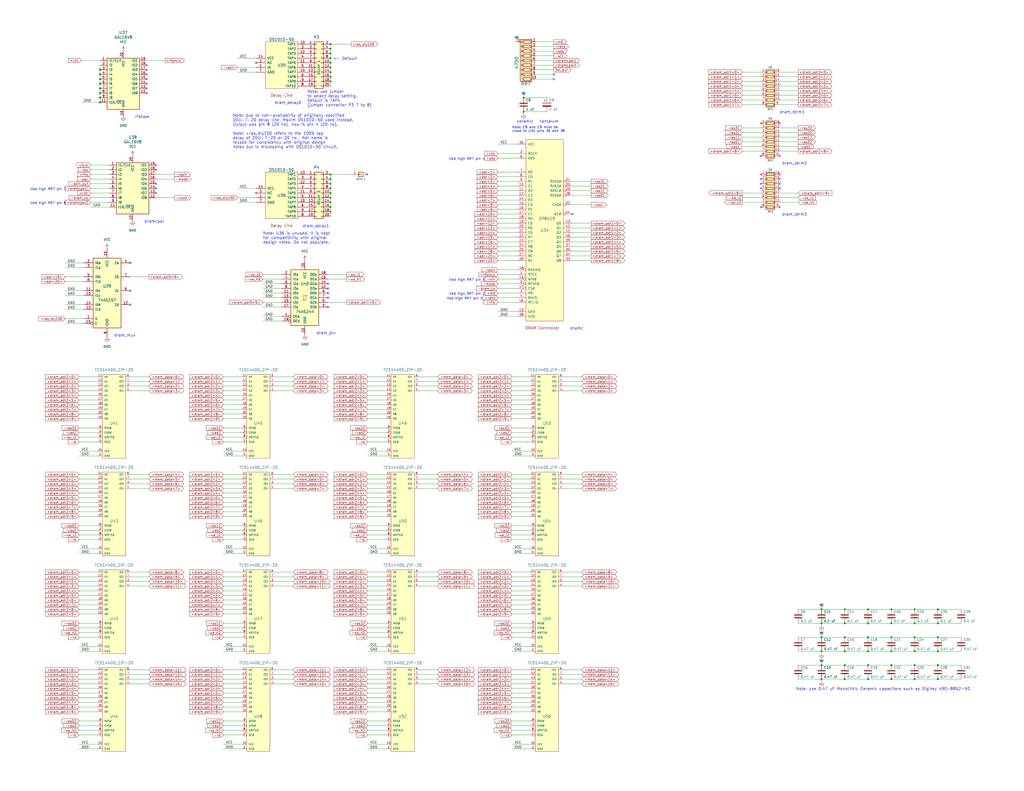
<source format=kicad_sch>
(kicad_sch (version 20211123) (generator eeschema)
  (paper "C")
  (title_block (date "4 feb 2016"))
  (lib_symbols
    (symbol "74xx:74LS157" (pin_names (offset 1.016))
      (property "Reference" "U" (at -7.62 19.05 0))
      (property "Value" "74LS157" (at -7.62 -21.59 0))
      (symbol "74LS157_1_0"
        (pin input line (at -12.7 -15.24 0) (length 5.08) (name "S") (number "1"))
        (pin input line (at -12.7 -2.54 0) (length 5.08) (name "I1c") (number "10"))
        (pin input line (at -12.7 0 0) (length 5.08) (name "I0c") (number "11"))
        (pin output line (at 12.7 -7.62 180) (length 5.08) (name "Zd") (number "12"))
        (pin input line (at -12.7 -10.16 0) (length 5.08) (name "I1d") (number "13"))
        (pin input line (at -12.7 -7.62 0) (length 5.08) (name "I0d") (number "14"))
        (pin input inverted (at -12.7 -17.78 0) (length 5.08) (name "E") (number "15"))
        (pin power_in line (at 0 22.86 270) (length 5.08) (name "VCC") (number "16"))
        (pin input line (at -12.7 15.24 0) (length 5.08) (name "I0a") (number "2"))
        (pin input line (at -12.7 12.7 0) (length 5.08) (name "I1a") (number "3"))
        (pin output line (at 12.7 15.24 180) (length 5.08) (name "Za") (number "4"))
        (pin input line (at -12.7 7.62 0) (length 5.08) (name "I0b") (number "5"))
        (pin input line (at -12.7 5.08 0) (length 5.08) (name "I1b") (number "6"))
        (pin output line (at 12.7 7.62 180) (length 5.08) (name "Zb") (number "7"))
        (pin power_in line (at 0 -25.4 90) (length 5.08) (name "GND") (number "8"))
        (pin output line (at 12.7 0 180) (length 5.08) (name "Zc") (number "9"))
      )
    )
    (symbol "74xx:74LS244" (pin_names (offset 1.016))
      (property "Reference" "U" (at -7.62 16.51 0))
      (property "Value" "74LS244" (at -7.62 -16.51 0))
      (symbol "74LS244_1_0"
        (pin input inverted (at -12.7 -10.16 0) (length 5.08) (name "OEa") (number "1"))
        (pin power_in line (at 0 -20.32 90) (length 5.08) (name "GND") (number "10"))
        (pin input line (at -12.7 2.54 0) (length 5.08) (name "I0b") (number "11"))
        (pin tri_state line (at 12.7 5.08 180) (length 5.08) (name "O3a") (number "12"))
        (pin input line (at -12.7 0 0) (length 5.08) (name "I1b") (number "13"))
        (pin tri_state line (at 12.7 7.62 180) (length 5.08) (name "O2a") (number "14"))
        (pin input line (at -12.7 -2.54 0) (length 5.08) (name "I2b") (number "15"))
        (pin tri_state line (at 12.7 10.16 180) (length 5.08) (name "O1a") (number "16"))
        (pin input line (at -12.7 -5.08 0) (length 5.08) (name "I3b") (number "17"))
        (pin tri_state line (at 12.7 12.7 180) (length 5.08) (name "O0a") (number "18"))
        (pin input inverted (at -12.7 -12.7 0) (length 5.08) (name "OEb") (number "19"))
        (pin input line (at -12.7 12.7 0) (length 5.08) (name "I0a") (number "2"))
        (pin power_in line (at 0 20.32 270) (length 5.08) (name "VCC") (number "20"))
        (pin tri_state line (at 12.7 -5.08 180) (length 5.08) (name "O3b") (number "3"))
        (pin input line (at -12.7 10.16 0) (length 5.08) (name "I1a") (number "4"))
        (pin tri_state line (at 12.7 -2.54 180) (length 5.08) (name "O2b") (number "5"))
        (pin input line (at -12.7 7.62 0) (length 5.08) (name "I2a") (number "6"))
        (pin tri_state line (at 12.7 0 180) (length 5.08) (name "O1b") (number "7"))
        (pin input line (at -12.7 5.08 0) (length 5.08) (name "I3a") (number "8"))
        (pin tri_state line (at 12.7 2.54 180) (length 5.08) (name "O0b") (number "9"))
      )
    )
    (symbol "Connector_Generic:Conn_01x01" (pin_names (offset 1.016) hide)
      (property "Reference" "J" (at 0 2.54 0))
      (property "Value" "Conn_01x01" (at 0 -2.54 0))
      (symbol "Conn_01x01_1_1"
        (pin passive line (at -5.08 0 0) (length 3.81) (name "Pin_1") (number "1"))
      )
    )
    (symbol "Connector_Generic:Conn_02x10_Odd_Even" (pin_names (offset 1.016) hide)
      (property "Reference" "J" (at 1.27 12.7 0))
      (property "Value" "Conn_02x10_Odd_Even" (at 1.27 -15.24 0))
      (symbol "Conn_02x10_Odd_Even_1_1"
        (pin passive line (at -5.08 10.16 0) (length 3.81) (name "Pin_1") (number "1"))
        (pin passive line (at 7.62 0 180) (length 3.81) (name "Pin_10") (number "10"))
        (pin passive line (at -5.08 -2.54 0) (length 3.81) (name "Pin_11") (number "11"))
        (pin passive line (at 7.62 -2.54 180) (length 3.81) (name "Pin_12") (number "12"))
        (pin passive line (at -5.08 -5.08 0) (length 3.81) (name "Pin_13") (number "13"))
        (pin passive line (at 7.62 -5.08 180) (length 3.81) (name "Pin_14") (number "14"))
        (pin passive line (at -5.08 -7.62 0) (length 3.81) (name "Pin_15") (number "15"))
        (pin passive line (at 7.62 -7.62 180) (length 3.81) (name "Pin_16") (number "16"))
        (pin passive line (at -5.08 -10.16 0) (length 3.81) (name "Pin_17") (number "17"))
        (pin passive line (at 7.62 -10.16 180) (length 3.81) (name "Pin_18") (number "18"))
        (pin passive line (at -5.08 -12.7 0) (length 3.81) (name "Pin_19") (number "19"))
        (pin passive line (at 7.62 10.16 180) (length 3.81) (name "Pin_2") (number "2"))
        (pin passive line (at 7.62 -12.7 180) (length 3.81) (name "Pin_20") (number "20"))
        (pin passive line (at -5.08 7.62 0) (length 3.81) (name "Pin_3") (number "3"))
        (pin passive line (at 7.62 7.62 180) (length 3.81) (name "Pin_4") (number "4"))
        (pin passive line (at -5.08 5.08 0) (length 3.81) (name "Pin_5") (number "5"))
        (pin passive line (at 7.62 5.08 180) (length 3.81) (name "Pin_6") (number "6"))
        (pin passive line (at -5.08 2.54 0) (length 3.81) (name "Pin_7") (number "7"))
        (pin passive line (at 7.62 2.54 180) (length 3.81) (name "Pin_8") (number "8"))
        (pin passive line (at -5.08 0 0) (length 3.81) (name "Pin_9") (number "9"))
      )
    )
    (symbol "Device:C" (pin_numbers hide) (pin_names (offset 0.254))
      (property "Reference" "C" (at 0.635 2.54 0))
      (property "Value" "C" (at 0.635 -2.54 0))
      (symbol "C_1_1"
        (pin passive line (at 0 3.81 270) (length 2.794) (name "~") (number "1"))
        (pin passive line (at 0 -3.81 90) (length 2.794) (name "~") (number "2"))
      )
    )
    (symbol "Device:C_Polarized" (pin_numbers hide) (pin_names (offset 0.254))
      (property "Reference" "C" (at 0.635 2.54 0))
      (property "Value" "C_Polarized" (at 0.635 -2.54 0))
      (symbol "C_Polarized_1_1"
        (pin passive line (at 0 3.81 270) (length 2.794) (name "~") (number "1"))
        (pin passive line (at 0 -3.81 90) (length 2.794) (name "~") (number "2"))
      )
    )
    (symbol "Device:R_Network09" (pin_names (offset 0) hide)
      (property "Reference" "RN" (at -12.7 0 90))
      (property "Value" "R_Network09" (at 12.7 0 90))
      (symbol "R_Network09_1_1"
        (pin passive line (at -10.16 5.08 270) (length 2.54) (name "common") (number "1"))
        (pin passive line (at 10.16 -5.08 90) (length 1.27) (name "R9") (number "10"))
        (pin passive line (at -10.16 -5.08 90) (length 1.27) (name "R1") (number "2"))
        (pin passive line (at -7.62 -5.08 90) (length 1.27) (name "R2") (number "3"))
        (pin passive line (at -5.08 -5.08 90) (length 1.27) (name "R3") (number "4"))
        (pin passive line (at -2.54 -5.08 90) (length 1.27) (name "R4") (number "5"))
        (pin passive line (at 0 -5.08 90) (length 1.27) (name "R5") (number "6"))
        (pin passive line (at 2.54 -5.08 90) (length 1.27) (name "R6") (number "7"))
        (pin passive line (at 5.08 -5.08 90) (length 1.27) (name "R7") (number "8"))
        (pin passive line (at 7.62 -5.08 90) (length 1.27) (name "R8") (number "9"))
      )
    )
    (symbol "Device:R_Pack08" (pin_names (offset 0) hide)
      (property "Reference" "RN" (at -12.7 0 90))
      (property "Value" "R_Pack08" (at 10.16 0 90))
      (symbol "R_Pack08_1_1"
        (pin passive line (at -10.16 -5.08 90) (length 2.54) (name "R1.1") (number "1"))
        (pin passive line (at 5.08 5.08 270) (length 2.54) (name "R7.2") (number "10"))
        (pin passive line (at 2.54 5.08 270) (length 2.54) (name "R6.2") (number "11"))
        (pin passive line (at 0 5.08 270) (length 2.54) (name "R5.2") (number "12"))
        (pin passive line (at -2.54 5.08 270) (length 2.54) (name "R4.2") (number "13"))
        (pin passive line (at -5.08 5.08 270) (length 2.54) (name "R3.2") (number "14"))
        (pin passive line (at -7.62 5.08 270) (length 2.54) (name "R2.2") (number "15"))
        (pin passive line (at -10.16 5.08 270) (length 2.54) (name "R1.2") (number "16"))
        (pin passive line (at -7.62 -5.08 90) (length 2.54) (name "R2.1") (number "2"))
        (pin passive line (at -5.08 -5.08 90) (length 2.54) (name "R3.1") (number "3"))
        (pin passive line (at -2.54 -5.08 90) (length 2.54) (name "R4.1") (number "4"))
        (pin passive line (at 0 -5.08 90) (length 2.54) (name "R5.1") (number "5"))
        (pin passive line (at 2.54 -5.08 90) (length 2.54) (name "R6.1") (number "6"))
        (pin passive line (at 5.08 -5.08 90) (length 2.54) (name "R7.1") (number "7"))
        (pin passive line (at 7.62 -5.08 90) (length 2.54) (name "R8.1") (number "8"))
        (pin passive line (at 7.62 5.08 270) (length 2.54) (name "R8.2") (number "9"))
      )
    )
    (symbol "Logic_Programmable:GAL16V8" (pin_names (offset 1.016))
      (property "Reference" "U" (at -8.89 16.51 0))
      (property "Value" "GAL16V8" (at 1.27 16.51 0))
      (symbol "GAL16V8_0_0"
        (pin power_in line (at 0 -17.78 90) (length 3.81) (name "GND") (number "10"))
        (pin power_in line (at 0 17.78 270) (length 3.81) (name "VCC") (number "20"))
      )
      (symbol "GAL16V8_1_1"
        (pin input line (at -12.7 12.7 0) (length 3.81) (name "I1/CLK") (number "1"))
        (pin input line (at -12.7 -10.16 0) (length 3.81) (name "I10/~{OE}") (number "11"))
        (pin tri_state line (at 12.7 -5.08 180) (length 3.81) (name "IO8") (number "12"))
        (pin tri_state line (at 12.7 -2.54 180) (length 3.81) (name "IO7") (number "13"))
        (pin tri_state line (at 12.7 0 180) (length 3.81) (name "IO6") (number "14"))
        (pin tri_state line (at 12.7 2.54 180) (length 3.81) (name "IO5") (number "15"))
        (pin tri_state line (at 12.7 5.08 180) (length 3.81) (name "IO4") (number "16"))
        (pin tri_state line (at 12.7 7.62 180) (length 3.81) (name "I03") (number "17"))
        (pin tri_state line (at 12.7 10.16 180) (length 3.81) (name "IO2") (number "18"))
        (pin tri_state line (at 12.7 12.7 180) (length 3.81) (name "IO1") (number "19"))
        (pin input line (at -12.7 10.16 0) (length 3.81) (name "I2") (number "2"))
        (pin input line (at -12.7 7.62 0) (length 3.81) (name "I3") (number "3"))
        (pin input line (at -12.7 5.08 0) (length 3.81) (name "I4") (number "4"))
        (pin input line (at -12.7 2.54 0) (length 3.81) (name "I5") (number "5"))
        (pin input line (at -12.7 0 0) (length 3.81) (name "I6") (number "6"))
        (pin input line (at -12.7 -2.54 0) (length 3.81) (name "I7") (number "7"))
        (pin input line (at -12.7 -5.08 0) (length 3.81) (name "I8") (number "8"))
        (pin input line (at -12.7 -7.62 0) (length 3.81) (name "I9") (number "9"))
      )
    )
    (symbol "dp8419:DP8419" (pin_names (offset 1.016))
      (property "Reference" "U" (at 0 0 0))
      (property "Value" "DP8419" (at 1.27 6.35 0))
      (symbol "DP8419_0_0"
        (text "DRAM Controller" (at -1.27 -53.34 0) (effects (font (size 1.524 1.524))))
      )
      (symbol "DP8419_1_1"
        (pin input line (at -15.24 -24.13 0) (length 5.08) (name "RFCK") (number "1"))
        (pin input line (at -15.24 24.13 0) (length 5.08) (name "C1") (number "10"))
        (pin input line (at -15.24 21.59 0) (length 5.08) (name "R2") (number "11"))
        (pin input line (at -15.24 19.05 0) (length 5.08) (name "C2") (number "12"))
        (pin input line (at -15.24 -44.45 0) (length 5.08) (name "GND") (number "13"))
        (pin input line (at -15.24 16.51 0) (length 5.08) (name "R3") (number "14"))
        (pin input line (at -15.24 13.97 0) (length 5.08) (name "C3") (number "15"))
        (pin input line (at -15.24 11.43 0) (length 5.08) (name "R4") (number "16"))
        (pin input line (at -15.24 8.89 0) (length 5.08) (name "C4") (number "17"))
        (pin input line (at -15.24 6.35 0) (length 5.08) (name "R5") (number "18"))
        (pin input line (at -15.24 3.81 0) (length 5.08) (name "C5") (number "19"))
        (pin input line (at -15.24 41.91 0) (length 5.08) (name "RGCK") (number "2"))
        (pin input line (at -15.24 1.27 0) (length 5.08) (name "R6") (number "20"))
        (pin input line (at -15.24 -1.27 0) (length 5.08) (name "C6") (number "21"))
        (pin input line (at -15.24 -3.81 0) (length 5.08) (name "R7") (number "22"))
        (pin input line (at -15.24 -6.35 0) (length 5.08) (name "C7") (number "23"))
        (pin input line (at -15.24 -8.89 0) (length 5.08) (name "R8") (number "24"))
        (pin input line (at -15.24 -11.43 0) (length 5.08) (name "C8") (number "25"))
        (pin input line (at -15.24 -16.51 0) (length 5.08) (name "B1") (number "26"))
        (pin input line (at -15.24 -13.97 0) (length 5.08) (name "B0") (number "27"))
        (pin output inverted (at 15.24 19.05 180) (length 5.08) (name "RAS0#") (number "28"))
        (pin output inverted (at 15.24 21.59 180) (length 5.08) (name "RAS1#") (number "29"))
        (pin input line (at -15.24 -34.29 0) (length 5.08) (name "M0") (number "3"))
        (pin output inverted (at 15.24 24.13 180) (length 5.08) (name "RAS2#") (number "30"))
        (pin output inverted (at 15.24 26.67 180) (length 5.08) (name "RAS3#") (number "31"))
        (pin output inverted (at 15.24 13.97 180) (length 5.08) (name "CAS#") (number "32"))
        (pin output line (at 15.24 -16.51 180) (length 5.08) (name "Q8") (number "33"))
        (pin output line (at 15.24 -13.97 180) (length 5.08) (name "Q7") (number "34"))
        (pin output line (at 15.24 -11.43 180) (length 5.08) (name "Q6") (number "35"))
        (pin input line (at -15.24 46.99 0) (length 5.08) (name "VCC") (number "36"))
        (pin output line (at 15.24 -8.89 180) (length 5.08) (name "Q5") (number "37"))
        (pin input line (at -15.24 -46.99 0) (length 5.08) (name "GND") (number "38"))
        (pin output line (at 15.24 -6.35 180) (length 5.08) (name "Q4") (number "39"))
        (pin input line (at -15.24 -36.83 0) (length 5.08) (name "RAHS") (number "4"))
        (pin output line (at 15.24 -3.81 180) (length 5.08) (name "Q3") (number "40"))
        (pin output line (at 15.24 -1.27 180) (length 5.08) (name "Q2") (number "41"))
        (pin output line (at 15.24 1.27 180) (length 5.08) (name "Q1") (number "42"))
        (pin output line (at 15.24 3.81 180) (length 5.08) (name "Q0") (number "43"))
        (pin output inverted (at 15.24 8.89 180) (length 5.08) (name "WE#") (number "44"))
        (pin input inverted (at -15.24 -26.67 0) (length 5.08) (name "WIN#") (number "45"))
        (pin bidirectional line (at -15.24 -39.37 0) (length 5.08) (name "RFI/O") (number "46"))
        (pin input inverted (at -15.24 -31.75 0) (length 5.08) (name "CS#") (number "47"))
        (pin input inverted (at -15.24 -21.59 0) (length 5.08) (name "RASIN#") (number "48"))
        (pin input inverted (at -15.24 -29.21 0) (length 5.08) (name "RFSH#") (number "5"))
        (pin input line (at -15.24 39.37 0) (length 5.08) (name "ADS") (number "6"))
        (pin input line (at -15.24 31.75 0) (length 5.08) (name "R0") (number "7"))
        (pin input line (at -15.24 29.21 0) (length 5.08) (name "C0") (number "8"))
        (pin input line (at -15.24 26.67 0) (length 5.08) (name "R1") (number "9"))
      )
    )
    (symbol "ds1010-50:DS1010-50" (pin_names (offset 1.016))
      (property "Reference" "U" (at 0 0 0))
      (property "Value" "DS1010-50" (at 0 13.97 0))
      (symbol "DS1010-50_0_0"
        (text "Delay Line" (at 0 -16.51 0) (effects (font (size 1.524 1.524))))
      )
      (symbol "DS1010-50_1_1"
        (pin input line (at -13.97 -1.27 0) (length 5.08) (name "IN") (number "1"))
        (pin output line (at 13.97 -3.81 180) (length 5.08) (name "TAP7") (number "10"))
        (pin output line (at 13.97 1.27 180) (length 5.08) (name "TAP5") (number "11"))
        (pin output line (at 13.97 6.35 180) (length 5.08) (name "TAP3") (number "12"))
        (pin output line (at 13.97 11.43 180) (length 5.08) (name "TAP1") (number "13"))
        (pin input line (at -13.97 3.81 0) (length 5.08) (name "VCC") (number "14"))
        (pin input line (at -13.97 1.27 0) (length 5.08) (name "NC") (number "2"))
        (pin output line (at 13.97 8.89 180) (length 5.08) (name "TAP2") (number "3"))
        (pin output line (at 13.97 3.81 180) (length 5.08) (name "TAP4") (number "4"))
        (pin output line (at 13.97 -1.27 180) (length 5.08) (name "TAP6") (number "5"))
        (pin output line (at 13.97 -6.35 180) (length 5.08) (name "TAP8") (number "6"))
        (pin input line (at -13.97 -3.81 0) (length 5.08) (name "GND") (number "7"))
        (pin output line (at 13.97 -11.43 180) (length 5.08) (name "TAP10") (number "8"))
        (pin output line (at 13.97 -8.89 180) (length 5.08) (name "TAP9") (number "9"))
      )
    )
    (symbol "power:GND" (power) (pin_names (offset 0))
      (property "Value" "GND" (at 0 -3.81 0))
      (symbol "GND_1_1"
        (pin power_in line (at 0 0 270) (length 0) hide (name "GND") (number "1"))
      )
    )
    (symbol "power:VCC" (power) (pin_names (offset 0))
      (property "Value" "VCC" (at 0 3.81 0))
      (symbol "VCC_1_1"
        (pin power_in line (at 0 0 90) (length 0) hide (name "VCC") (number "1"))
      )
    )
    (symbol "tc514400_zip-20:TC514400_ZIP-20" (pin_names (offset 1.016))
      (property "Reference" "U" (at 0 -3.81 0))
      (property "Value" "TC514400_ZIP-20" (at 0 25.4 0))
      (symbol "TC514400_ZIP-20_1_1"
        (pin input inverted (at -8.89 -13.97 0) (length 2.54) (name "OE#") (number "1"))
        (pin input line (at -8.89 -1.27 0) (length 2.54) (name "A9") (number "10"))
        (pin input line (at -8.89 21.59 0) (length 2.54) (name "A0") (number "11"))
        (pin input line (at -8.89 19.05 0) (length 2.54) (name "A1") (number "12"))
        (pin input line (at -8.89 16.51 0) (length 2.54) (name "A2") (number "13"))
        (pin input line (at -8.89 13.97 0) (length 2.54) (name "A3") (number "14"))
        (pin input line (at -8.89 -19.05 0) (length 2.54) (name "VCC") (number "15"))
        (pin input line (at -8.89 11.43 0) (length 2.54) (name "A4") (number "16"))
        (pin input line (at -8.89 8.89 0) (length 2.54) (name "A5") (number "17"))
        (pin input line (at -8.89 6.35 0) (length 2.54) (name "A6") (number "18"))
        (pin input line (at -8.89 3.81 0) (length 2.54) (name "A7") (number "19"))
        (pin input inverted (at -8.89 -8.89 0) (length 2.54) (name "CAS#") (number "2"))
        (pin input line (at -8.89 1.27 0) (length 2.54) (name "A8") (number "20"))
        (pin bidirectional line (at 8.89 16.51 180) (length 2.54) (name "IO3") (number "3"))
        (pin bidirectional line (at 8.89 13.97 180) (length 2.54) (name "IO4") (number "4"))
        (pin input line (at -8.89 -21.59 0) (length 2.54) (name "GND") (number "5"))
        (pin bidirectional line (at 8.89 21.59 180) (length 2.54) (name "IO1") (number "6"))
        (pin bidirectional line (at 8.89 19.05 180) (length 2.54) (name "IO2") (number "7"))
        (pin input inverted (at -8.89 -11.43 0) (length 2.54) (name "WRITE#") (number "8"))
        (pin input inverted (at -8.89 -6.35 0) (length 2.54) (name "RAS#") (number "9"))
      )
    )
  )
  (junction (at 461.01 340.36))
  (junction (at 180.34 100.33))
  (junction (at 54.61 48.26))
  (junction (at 511.81 355.6))
  (junction (at 499.11 355.6))
  (junction (at 461.01 363.22))
  (junction (at 461.01 370.84))
  (junction (at 461.01 347.98))
  (junction (at 180.34 115.57))
  (junction (at 473.71 340.36))
  (junction (at 180.34 97.79))
  (junction (at 511.81 370.84))
  (junction (at 448.31 363.22))
  (junction (at 285.75 60.96))
  (junction (at 285.75 53.34))
  (junction (at 473.71 332.74))
  (junction (at 180.34 31.75))
  (junction (at 473.71 355.6))
  (junction (at 180.34 110.49))
  (junction (at 180.34 34.29))
  (junction (at 511.81 347.98))
  (junction (at 461.01 332.74))
  (junction (at 461.01 355.6))
  (junction (at 499.11 347.98))
  (junction (at 448.31 332.74))
  (junction (at 54.61 55.88))
  (junction (at 180.34 44.45))
  (junction (at 511.81 363.22))
  (junction (at 473.71 347.98))
  (junction (at 54.61 38.1))
  (junction (at 499.11 363.22))
  (junction (at 486.41 332.74))
  (junction (at 486.41 363.22))
  (junction (at 180.34 113.03))
  (junction (at 54.61 50.8))
  (junction (at 486.41 370.84))
  (junction (at 448.31 340.36))
  (junction (at 511.81 340.36))
  (junction (at 54.61 53.34))
  (junction (at 180.34 24.13))
  (junction (at 499.11 340.36))
  (junction (at 448.31 370.84))
  (junction (at 180.34 26.67))
  (junction (at 180.34 105.41))
  (junction (at 499.11 370.84))
  (junction (at 486.41 355.6))
  (junction (at 180.34 107.95))
  (junction (at 180.34 95.25))
  (junction (at 511.81 332.74))
  (junction (at 180.34 29.21))
  (junction (at 54.61 43.18))
  (junction (at 473.71 363.22))
  (junction (at 54.61 40.64))
  (junction (at 180.34 102.87))
  (junction (at 448.31 355.6))
  (junction (at 180.34 39.37))
  (junction (at 180.34 41.91))
  (junction (at 486.41 347.98))
  (junction (at 473.71 370.84))
  (junction (at 54.61 45.72))
  (junction (at 486.41 340.36))
  (junction (at 499.11 332.74))
  (junction (at 448.31 347.98))
  (junction (at 180.34 36.83))
  (no_connect (at 179.07 154.94))
  (no_connect (at 85.09 105.41))
  (no_connect (at 179.07 162.56))
  (no_connect (at 80.01 50.8))
  (no_connect (at 415.29 85.09))
  (no_connect (at 415.29 102.87))
  (no_connect (at 425.45 95.25))
  (no_connect (at 71.12 143.51))
  (no_connect (at 415.29 67.31))
  (no_connect (at 179.07 157.48))
  (no_connect (at 312.42 116.84))
  (no_connect (at 415.29 113.03))
  (no_connect (at 179.07 167.64))
  (no_connect (at 139.7 105.41))
  (no_connect (at 425.45 97.79))
  (no_connect (at 425.45 100.33))
  (no_connect (at 85.09 100.33))
  (no_connect (at 415.29 97.79))
  (no_connect (at 302.26 43.18))
  (no_connect (at 85.09 90.17))
  (no_connect (at 415.29 100.33))
  (no_connect (at 425.45 67.31))
  (no_connect (at 425.45 102.87))
  (no_connect (at 139.7 34.29))
  (no_connect (at 425.45 113.03))
  (no_connect (at 80.01 43.18))
  (no_connect (at 80.01 35.56))
  (no_connect (at 80.01 45.72))
  (no_connect (at 425.45 85.09))
  (no_connect (at 80.01 48.26))
  (no_connect (at 179.07 160.02))
  (no_connect (at 80.01 38.1))
  (no_connect (at 71.12 166.37))
  (no_connect (at 80.01 40.64))
  (no_connect (at 302.26 40.64))
  (no_connect (at 85.09 92.71))
  (no_connect (at 71.12 158.75))
  (no_connect (at 85.09 102.87))
  (no_connect (at 415.29 95.25))
  (wire (pts (xy 149.86 266.7) (xy 160.02 266.7)))
  (wire (pts (xy 289.56 236.22) (xy 279.4 236.22)))
  (wire (pts (xy 143.51 165.1) (xy 153.67 165.1)))
  (wire (pts (xy 289.56 259.08) (xy 279.4 259.08)))
  (wire (pts (xy 210.82 218.44) (xy 200.66 218.44)))
  (wire (pts (xy 45.72 168.91) (xy 35.56 168.91)))
  (wire (pts (xy 448.31 347.98) (xy 461.01 347.98)))
  (wire (pts (xy 448.31 332.74) (xy 461.01 332.74)))
  (wire (pts (xy 289.56 355.6) (xy 279.4 355.6)))
  (wire (pts (xy 54.61 45.72) (xy 54.61 48.26)))
  (wire (pts (xy 511.81 332.74) (xy 524.51 332.74)))
  (wire (pts (xy 312.42 121.92) (xy 322.58 121.92)))
  (wire (pts (xy 71.12 213.36) (xy 81.28 213.36)))
  (wire (pts (xy 435.61 347.98) (xy 448.31 347.98)))
  (wire (pts (xy 132.08 210.82) (xy 121.92 210.82)))
  (wire (pts (xy 499.11 347.98) (xy 511.81 347.98)))
  (wire (pts (xy 53.34 233.68) (xy 43.18 233.68)))
  (wire (pts (xy 486.41 363.22) (xy 499.11 363.22)))
  (wire (pts (xy 180.34 95.25) (xy 191.77 95.25)))
  (wire (pts (xy 281.94 93.98) (xy 271.78 93.98)))
  (wire (pts (xy 448.31 370.84) (xy 461.01 370.84)))
  (wire (pts (xy 210.82 322.58) (xy 200.66 322.58)))
  (wire (pts (xy 180.34 26.67) (xy 180.34 29.21)))
  (wire (pts (xy 285.75 53.34) (xy 298.45 53.34)))
  (wire (pts (xy 53.34 279.4) (xy 43.18 279.4)))
  (wire (pts (xy 153.67 154.94) (xy 143.51 154.94)))
  (wire (pts (xy 281.94 147.32) (xy 271.78 147.32)))
  (wire (pts (xy 53.34 330.2) (xy 43.18 330.2)))
  (wire (pts (xy 281.94 121.92) (xy 271.78 121.92)))
  (wire (pts (xy 289.56 345.44) (xy 279.4 345.44)))
  (wire (pts (xy 281.94 142.24) (xy 271.78 142.24)))
  (wire (pts (xy 53.34 396.24) (xy 43.18 396.24)))
  (wire (pts (xy 132.08 241.3) (xy 121.92 241.3)))
  (wire (pts (xy 153.67 160.02) (xy 143.51 160.02)))
  (wire (pts (xy 53.34 320.04) (xy 43.18 320.04)))
  (wire (pts (xy 132.08 317.5) (xy 121.92 317.5)))
  (wire (pts (xy 281.94 127) (xy 271.78 127)))
  (wire (pts (xy 180.34 97.79) (xy 180.34 100.33)))
  (wire (pts (xy 132.08 340.36) (xy 121.92 340.36)))
  (wire (pts (xy 210.82 238.76) (xy 200.66 238.76)))
  (wire (pts (xy 45.72 151.13) (xy 35.56 151.13)))
  (wire (pts (xy 289.56 294.64) (xy 279.4 294.64)))
  (wire (pts (xy 461.01 340.36) (xy 473.71 340.36)))
  (wire (pts (xy 289.56 393.7) (xy 279.4 393.7)))
  (wire (pts (xy 53.34 223.52) (xy 43.18 223.52)))
  (wire (pts (xy 281.94 152.4) (xy 271.78 152.4)))
  (wire (pts (xy 425.45 74.93) (xy 435.61 74.93)))
  (wire (pts (xy 53.34 287.02) (xy 43.18 287.02)))
  (wire (pts (xy 180.34 31.75) (xy 180.34 34.29)))
  (wire (pts (xy 289.56 269.24) (xy 279.4 269.24)))
  (wire (pts (xy 53.34 401.32) (xy 43.18 401.32)))
  (wire (pts (xy 53.34 340.36) (xy 43.18 340.36)))
  (wire (pts (xy 53.34 276.86) (xy 43.18 276.86)))
  (wire (pts (xy 435.61 340.36) (xy 448.31 340.36)))
  (wire (pts (xy 415.29 110.49) (xy 405.13 110.49)))
  (wire (pts (xy 53.34 322.58) (xy 43.18 322.58)))
  (wire (pts (xy 415.29 49.53) (xy 405.13 49.53)))
  (wire (pts (xy 59.69 102.87) (xy 49.53 102.87)))
  (wire (pts (xy 210.82 215.9) (xy 200.66 215.9)))
  (wire (pts (xy 210.82 383.54) (xy 200.66 383.54)))
  (wire (pts (xy 461.01 347.98) (xy 473.71 347.98)))
  (wire (pts (xy 289.56 264.16) (xy 279.4 264.16)))
  (wire (pts (xy 289.56 213.36) (xy 279.4 213.36)))
  (wire (pts (xy 307.34 317.5) (xy 317.5 317.5)))
  (wire (pts (xy 45.72 161.29) (xy 35.56 161.29)))
  (wire (pts (xy 180.34 41.91) (xy 180.34 44.45)))
  (wire (pts (xy 307.34 312.42) (xy 317.5 312.42)))
  (wire (pts (xy 53.34 406.4) (xy 43.18 406.4)))
  (wire (pts (xy 435.61 363.22) (xy 448.31 363.22)))
  (wire (pts (xy 289.56 289.56) (xy 279.4 289.56)))
  (wire (pts (xy 180.34 100.33) (xy 180.34 102.87)))
  (wire (pts (xy 228.6 213.36) (xy 238.76 213.36)))
  (wire (pts (xy 45.72 158.75) (xy 35.56 158.75)))
  (wire (pts (xy 281.94 132.08) (xy 271.78 132.08)))
  (wire (pts (xy 281.94 96.52) (xy 271.78 96.52)))
  (wire (pts (xy 180.34 34.29) (xy 180.34 36.83)))
  (wire (pts (xy 292.1 30.48) (xy 302.26 30.48)))
  (wire (pts (xy 210.82 375.92) (xy 200.66 375.92)))
  (wire (pts (xy 281.94 116.84) (xy 271.78 116.84)))
  (wire (pts (xy 85.09 97.79) (xy 95.25 97.79)))
  (wire (pts (xy 53.34 238.76) (xy 43.18 238.76)))
  (wire (pts (xy 53.34 365.76) (xy 43.18 365.76)))
  (wire (pts (xy 228.6 368.3) (xy 238.76 368.3)))
  (wire (pts (xy 53.34 368.3) (xy 43.18 368.3)))
  (wire (pts (xy 210.82 314.96) (xy 200.66 314.96)))
  (wire (pts (xy 210.82 226.06) (xy 200.66 226.06)))
  (wire (pts (xy 312.42 99.06) (xy 322.58 99.06)))
  (wire (pts (xy 210.82 264.16) (xy 200.66 264.16)))
  (wire (pts (xy 71.12 208.28) (xy 81.28 208.28)))
  (wire (pts (xy 210.82 335.28) (xy 200.66 335.28)))
  (wire (pts (xy 210.82 365.76) (xy 200.66 365.76)))
  (wire (pts (xy 289.56 312.42) (xy 279.4 312.42)))
  (wire (pts (xy 180.34 113.03) (xy 180.34 115.57)))
  (wire (pts (xy 289.56 327.66) (xy 279.4 327.66)))
  (wire (pts (xy 139.7 39.37) (xy 129.54 39.37)))
  (wire (pts (xy 289.56 340.36) (xy 279.4 340.36)))
  (wire (pts (xy 132.08 312.42) (xy 121.92 312.42)))
  (wire (pts (xy 54.61 40.64) (xy 54.61 43.18)))
  (wire (pts (xy 132.08 205.74) (xy 121.92 205.74)))
  (wire (pts (xy 289.56 292.1) (xy 279.4 292.1)))
  (wire (pts (xy 285.75 60.96) (xy 285.75 62.23)))
  (wire (pts (xy 85.09 95.25) (xy 95.25 95.25)))
  (wire (pts (xy 415.29 44.45) (xy 405.13 44.45)))
  (wire (pts (xy 425.45 57.15) (xy 435.61 57.15)))
  (wire (pts (xy 292.1 43.18) (xy 302.26 43.18)))
  (wire (pts (xy 307.34 365.76) (xy 317.5 365.76)))
  (wire (pts (xy 415.29 41.91) (xy 405.13 41.91)))
  (wire (pts (xy 71.12 261.62) (xy 81.28 261.62)))
  (wire (pts (xy 132.08 355.6) (xy 121.92 355.6)))
  (wire (pts (xy 461.01 370.84) (xy 473.71 370.84)))
  (wire (pts (xy 132.08 220.98) (xy 121.92 220.98)))
  (wire (pts (xy 289.56 220.98) (xy 279.4 220.98)))
  (wire (pts (xy 53.34 347.98) (xy 43.18 347.98)))
  (wire (pts (xy 132.08 327.66) (xy 121.92 327.66)))
  (wire (pts (xy 425.45 39.37) (xy 435.61 39.37)))
  (wire (pts (xy 281.94 165.1) (xy 271.78 165.1)))
  (wire (pts (xy 54.61 48.26) (xy 54.61 50.8)))
  (wire (pts (xy 132.08 271.78) (xy 121.92 271.78)))
  (wire (pts (xy 71.12 320.04) (xy 81.28 320.04)))
  (wire (pts (xy 45.72 166.37) (xy 35.56 166.37)))
  (wire (pts (xy 289.56 228.6) (xy 279.4 228.6)))
  (wire (pts (xy 285.75 60.96) (xy 298.45 60.96)))
  (wire (pts (xy 281.94 139.7) (xy 271.78 139.7)))
  (wire (pts (xy 53.34 381) (xy 43.18 381)))
  (wire (pts (xy 132.08 406.4) (xy 121.92 406.4)))
  (wire (pts (xy 289.56 398.78) (xy 279.4 398.78)))
  (wire (pts (xy 289.56 302.26) (xy 279.4 302.26)))
  (wire (pts (xy 289.56 373.38) (xy 279.4 373.38)))
  (wire (pts (xy 45.72 173.99) (xy 35.56 173.99)))
  (wire (pts (xy 210.82 320.04) (xy 200.66 320.04)))
  (wire (pts (xy 448.31 363.22) (xy 461.01 363.22)))
  (wire (pts (xy 132.08 246.38) (xy 121.92 246.38)))
  (wire (pts (xy 312.42 127) (xy 322.58 127)))
  (wire (pts (xy 132.08 302.26) (xy 121.92 302.26)))
  (wire (pts (xy 511.81 347.98) (xy 524.51 347.98)))
  (wire (pts (xy 180.34 24.13) (xy 191.77 24.13)))
  (wire (pts (xy 210.82 302.26) (xy 200.66 302.26)))
  (wire (pts (xy 307.34 320.04) (xy 317.5 320.04)))
  (wire (pts (xy 210.82 386.08) (xy 200.66 386.08)))
  (wire (pts (xy 53.34 299.72) (xy 43.18 299.72)))
  (wire (pts (xy 289.56 281.94) (xy 279.4 281.94)))
  (wire (pts (xy 149.86 365.76) (xy 160.02 365.76)))
  (wire (pts (xy 425.45 41.91) (xy 435.61 41.91)))
  (wire (pts (xy 132.08 269.24) (xy 121.92 269.24)))
  (wire (pts (xy 425.45 46.99) (xy 435.61 46.99)))
  (wire (pts (xy 54.61 43.18) (xy 54.61 45.72)))
  (wire (pts (xy 153.67 167.64) (xy 143.51 167.64)))
  (wire (pts (xy 210.82 330.2) (xy 200.66 330.2)))
  (wire (pts (xy 499.11 370.84) (xy 511.81 370.84)))
  (wire (pts (xy 511.81 340.36) (xy 524.51 340.36)))
  (wire (pts (xy 45.72 176.53) (xy 35.56 176.53)))
  (wire (pts (xy 53.34 408.94) (xy 43.18 408.94)))
  (wire (pts (xy 53.34 378.46) (xy 43.18 378.46)))
  (wire (pts (xy 210.82 393.7) (xy 200.66 393.7)))
  (wire (pts (xy 210.82 274.32) (xy 200.66 274.32)))
  (wire (pts (xy 289.56 223.52) (xy 279.4 223.52)))
  (wire (pts (xy 289.56 378.46) (xy 279.4 378.46)))
  (wire (pts (xy 132.08 401.32) (xy 121.92 401.32)))
  (wire (pts (xy 59.69 105.41) (xy 49.53 105.41)))
  (wire (pts (xy 281.94 124.46) (xy 271.78 124.46)))
  (wire (pts (xy 53.34 248.92) (xy 43.18 248.92)))
  (wire (pts (xy 228.6 317.5) (xy 238.76 317.5)))
  (wire (pts (xy 307.34 373.38) (xy 317.5 373.38)))
  (wire (pts (xy 289.56 335.28) (xy 279.4 335.28)))
  (wire (pts (xy 132.08 281.94) (xy 121.92 281.94)))
  (wire (pts (xy 53.34 314.96) (xy 43.18 314.96)))
  (wire (pts (xy 210.82 347.98) (xy 200.66 347.98)))
  (wire (pts (xy 228.6 314.96) (xy 238.76 314.96)))
  (wire (pts (xy 180.34 107.95) (xy 180.34 110.49)))
  (wire (pts (xy 307.34 314.96) (xy 317.5 314.96)))
  (wire (pts (xy 53.34 370.84) (xy 43.18 370.84)))
  (wire (pts (xy 486.41 347.98) (xy 499.11 347.98)))
  (wire (pts (xy 132.08 335.28) (xy 121.92 335.28)))
  (wire (pts (xy 473.71 370.84) (xy 486.41 370.84)))
  (wire (pts (xy 210.82 332.74) (xy 200.66 332.74)))
  (wire (pts (xy 281.94 114.3) (xy 271.78 114.3)))
  (wire (pts (xy 210.82 406.4) (xy 200.66 406.4)))
  (wire (pts (xy 53.34 386.08) (xy 43.18 386.08)))
  (wire (pts (xy 312.42 132.08) (xy 322.58 132.08)))
  (wire (pts (xy 473.71 332.74) (xy 486.41 332.74)))
  (wire (pts (xy 281.94 99.06) (xy 271.78 99.06)))
  (wire (pts (xy 53.34 375.92) (xy 43.18 375.92)))
  (wire (pts (xy 59.69 92.71) (xy 49.53 92.71)))
  (wire (pts (xy 132.08 330.2) (xy 121.92 330.2)))
  (wire (pts (xy 53.34 210.82) (xy 43.18 210.82)))
  (wire (pts (xy 425.45 77.47) (xy 435.61 77.47)))
  (wire (pts (xy 71.12 368.3) (xy 81.28 368.3)))
  (wire (pts (xy 289.56 396.24) (xy 279.4 396.24)))
  (wire (pts (xy 448.31 355.6) (xy 461.01 355.6)))
  (wire (pts (xy 149.86 317.5) (xy 160.02 317.5)))
  (wire (pts (xy 448.31 372.11) (xy 448.31 370.84)))
  (wire (pts (xy 210.82 396.24) (xy 200.66 396.24)))
  (wire (pts (xy 281.94 78.74) (xy 271.78 78.74)))
  (wire (pts (xy 210.82 373.38) (xy 200.66 373.38)))
  (wire (pts (xy 210.82 294.64) (xy 200.66 294.64)))
  (wire (pts (xy 210.82 340.36) (xy 200.66 340.36)))
  (wire (pts (xy 511.81 355.6) (xy 524.51 355.6)))
  (wire (pts (xy 180.34 110.49) (xy 180.34 113.03)))
  (wire (pts (xy 132.08 383.54) (xy 121.92 383.54)))
  (wire (pts (xy 281.94 119.38) (xy 271.78 119.38)))
  (wire (pts (xy 499.11 340.36) (xy 511.81 340.36)))
  (wire (pts (xy 139.7 110.49) (xy 129.54 110.49)))
  (wire (pts (xy 307.34 208.28) (xy 317.5 208.28)))
  (wire (pts (xy 149.86 368.3) (xy 160.02 368.3)))
  (wire (pts (xy 228.6 210.82) (xy 238.76 210.82)))
  (wire (pts (xy 71.12 312.42) (xy 81.28 312.42)))
  (wire (pts (xy 132.08 266.7) (xy 121.92 266.7)))
  (wire (pts (xy 228.6 261.62) (xy 238.76 261.62)))
  (wire (pts (xy 281.94 137.16) (xy 271.78 137.16)))
  (wire (pts (xy 54.61 33.02) (xy 44.45 33.02)))
  (wire (pts (xy 53.34 281.94) (xy 43.18 281.94)))
  (wire (pts (xy 210.82 378.46) (xy 200.66 378.46)))
  (wire (pts (xy 149.86 213.36) (xy 160.02 213.36)))
  (wire (pts (xy 54.61 35.56) (xy 54.61 38.1)))
  (wire (pts (xy 180.34 115.57) (xy 180.34 118.11)))
  (wire (pts (xy 179.07 165.1) (xy 189.23 165.1)))
  (wire (pts (xy 228.6 205.74) (xy 238.76 205.74)))
  (wire (pts (xy 179.07 152.4) (xy 189.23 152.4)))
  (wire (pts (xy 80.01 33.02) (xy 90.17 33.02)))
  (wire (pts (xy 132.08 289.56) (xy 121.92 289.56)))
  (wire (pts (xy 228.6 264.16) (xy 238.76 264.16)))
  (wire (pts (xy 132.08 261.62) (xy 121.92 261.62)))
  (wire (pts (xy 54.61 53.34) (xy 54.61 55.88)))
  (wire (pts (xy 281.94 157.48) (xy 271.78 157.48)))
  (wire (pts (xy 149.86 261.62) (xy 160.02 261.62)))
  (wire (pts (xy 53.34 261.62) (xy 43.18 261.62)))
  (wire (pts (xy 210.82 289.56) (xy 200.66 289.56)))
  (wire (pts (xy 53.34 355.6) (xy 43.18 355.6)))
  (wire (pts (xy 210.82 317.5) (xy 200.66 317.5)))
  (wire (pts (xy 153.67 152.4) (xy 143.51 152.4)))
  (wire (pts (xy 149.86 370.84) (xy 160.02 370.84)))
  (wire (pts (xy 415.29 52.07) (xy 405.13 52.07)))
  (wire (pts (xy 210.82 370.84) (xy 200.66 370.84)))
  (wire (pts (xy 210.82 345.44) (xy 200.66 345.44)))
  (wire (pts (xy 292.1 33.02) (xy 302.26 33.02)))
  (wire (pts (xy 132.08 238.76) (xy 121.92 238.76)))
  (wire (pts (xy 132.08 368.3) (xy 121.92 368.3)))
  (wire (pts (xy 281.94 149.86) (xy 271.78 149.86)))
  (wire (pts (xy 53.34 241.3) (xy 43.18 241.3)))
  (wire (pts (xy 210.82 233.68) (xy 200.66 233.68)))
  (wire (pts (xy 53.34 246.38) (xy 43.18 246.38)))
  (wire (pts (xy 132.08 236.22) (xy 121.92 236.22)))
  (wire (pts (xy 210.82 287.02) (xy 200.66 287.02)))
  (wire (pts (xy 53.34 228.6) (xy 43.18 228.6)))
  (wire (pts (xy 281.94 172.72) (xy 271.78 172.72)))
  (wire (pts (xy 132.08 342.9) (xy 121.92 342.9)))
  (wire (pts (xy 180.34 36.83) (xy 180.34 39.37)))
  (wire (pts (xy 53.34 393.7) (xy 43.18 393.7)))
  (wire (pts (xy 153.67 175.26) (xy 143.51 175.26)))
  (wire (pts (xy 228.6 312.42) (xy 238.76 312.42)))
  (wire (pts (xy 292.1 40.64) (xy 302.26 40.64)))
  (wire (pts (xy 415.29 57.15) (xy 405.13 57.15)))
  (wire (pts (xy 132.08 218.44) (xy 121.92 218.44)))
  (wire (pts (xy 499.11 332.74) (xy 511.81 332.74)))
  (wire (pts (xy 210.82 248.92) (xy 200.66 248.92)))
  (wire (pts (xy 281.94 154.94) (xy 271.78 154.94)))
  (wire (pts (xy 210.82 228.6) (xy 200.66 228.6)))
  (wire (pts (xy 149.86 264.16) (xy 160.02 264.16)))
  (wire (pts (xy 281.94 86.36) (xy 271.78 86.36)))
  (wire (pts (xy 132.08 279.4) (xy 121.92 279.4)))
  (wire (pts (xy 45.72 143.51) (xy 35.56 143.51)))
  (wire (pts (xy 132.08 396.24) (xy 121.92 396.24)))
  (wire (pts (xy 289.56 365.76) (xy 279.4 365.76)))
  (wire (pts (xy 53.34 383.54) (xy 43.18 383.54)))
  (wire (pts (xy 53.34 264.16) (xy 43.18 264.16)))
  (wire (pts (xy 179.07 149.86) (xy 189.23 149.86)))
  (wire (pts (xy 210.82 388.62) (xy 200.66 388.62)))
  (wire (pts (xy 210.82 205.74) (xy 200.66 205.74)))
  (wire (pts (xy 228.6 266.7) (xy 238.76 266.7)))
  (wire (pts (xy 415.29 46.99) (xy 405.13 46.99)))
  (wire (pts (xy 139.7 102.87) (xy 129.54 102.87)))
  (wire (pts (xy 210.82 292.1) (xy 200.66 292.1)))
  (wire (pts (xy 289.56 271.78) (xy 279.4 271.78)))
  (wire (pts (xy 53.34 220.98) (xy 43.18 220.98)))
  (wire (pts (xy 289.56 218.44) (xy 279.4 218.44)))
  (wire (pts (xy 132.08 375.92) (xy 121.92 375.92)))
  (wire (pts (xy 448.31 340.36) (xy 461.01 340.36)))
  (wire (pts (xy 180.34 24.13) (xy 180.34 26.67)))
  (wire (pts (xy 71.12 151.13) (xy 81.28 151.13)))
  (wire (pts (xy 292.1 27.94) (xy 302.26 27.94)))
  (wire (pts (xy 292.1 38.1) (xy 302.26 38.1)))
  (wire (pts (xy 210.82 269.24) (xy 200.66 269.24)))
  (wire (pts (xy 415.29 105.41) (xy 405.13 105.41)))
  (wire (pts (xy 307.34 368.3) (xy 317.5 368.3)))
  (wire (pts (xy 281.94 160.02) (xy 271.78 160.02)))
  (wire (pts (xy 415.29 54.61) (xy 405.13 54.61)))
  (wire (pts (xy 53.34 353.06) (xy 43.18 353.06)))
  (wire (pts (xy 435.61 355.6) (xy 448.31 355.6)))
  (wire (pts (xy 132.08 248.92) (xy 121.92 248.92)))
  (wire (pts (xy 71.12 373.38) (xy 81.28 373.38)))
  (wire (pts (xy 139.7 36.83) (xy 129.54 36.83)))
  (wire (pts (xy 281.94 109.22) (xy 271.78 109.22)))
  (wire (pts (xy 210.82 223.52) (xy 200.66 223.52)))
  (wire (pts (xy 486.41 332.74) (xy 499.11 332.74)))
  (wire (pts (xy 289.56 266.7) (xy 279.4 266.7)))
  (wire (pts (xy 53.34 274.32) (xy 43.18 274.32)))
  (wire (pts (xy 53.34 294.64) (xy 43.18 294.64)))
  (wire (pts (xy 132.08 322.58) (xy 121.92 322.58)))
  (wire (pts (xy 415.29 69.85) (xy 405.13 69.85)))
  (wire (pts (xy 289.56 246.38) (xy 279.4 246.38)))
  (wire (pts (xy 53.34 208.28) (xy 43.18 208.28)))
  (wire (pts (xy 511.81 370.84) (xy 524.51 370.84)))
  (wire (pts (xy 486.41 355.6) (xy 499.11 355.6)))
  (wire (pts (xy 461.01 363.22) (xy 473.71 363.22)))
  (wire (pts (xy 210.82 342.9) (xy 200.66 342.9)))
  (wire (pts (xy 289.56 368.3) (xy 279.4 368.3)))
  (wire (pts (xy 289.56 208.28) (xy 279.4 208.28)))
  (wire (pts (xy 210.82 408.94) (xy 200.66 408.94)))
  (wire (pts (xy 132.08 365.76) (xy 121.92 365.76)))
  (wire (pts (xy 289.56 370.84) (xy 279.4 370.84)))
  (wire (pts (xy 180.34 95.25) (xy 180.34 97.79)))
  (wire (pts (xy 53.34 292.1) (xy 43.18 292.1)))
  (wire (pts (xy 448.31 341.63) (xy 448.31 340.36)))
  (wire (pts (xy 139.7 31.75) (xy 129.54 31.75)))
  (wire (pts (xy 71.12 317.5) (xy 81.28 317.5)))
  (wire (pts (xy 228.6 373.38) (xy 238.76 373.38)))
  (wire (pts (xy 53.34 236.22) (xy 43.18 236.22)))
  (wire (pts (xy 292.1 22.86) (xy 302.26 22.86)))
  (wire (pts (xy 180.34 105.41) (xy 180.34 107.95)))
  (wire (pts (xy 425.45 69.85) (xy 435.61 69.85)))
  (wire (pts (xy 54.61 50.8) (xy 54.61 53.34)))
  (wire (pts (xy 425.45 54.61) (xy 435.61 54.61)))
  (wire (pts (xy 210.82 210.82) (xy 200.66 210.82)))
  (wire (pts (xy 228.6 365.76) (xy 238.76 365.76)))
  (wire (pts (xy 210.82 246.38) (xy 200.66 246.38)))
  (wire (pts (xy 448.31 356.87) (xy 448.31 355.6)))
  (wire (pts (xy 461.01 332.74) (xy 473.71 332.74)))
  (wire (pts (xy 289.56 320.04) (xy 279.4 320.04)))
  (wire (pts (xy 289.56 322.58) (xy 279.4 322.58)))
  (wire (pts (xy 210.82 259.08) (xy 200.66 259.08)))
  (wire (pts (xy 53.34 332.74) (xy 43.18 332.74)))
  (wire (pts (xy 425.45 107.95) (xy 435.61 107.95)))
  (wire (pts (xy 228.6 370.84) (xy 238.76 370.84)))
  (wire (pts (xy 53.34 398.78) (xy 43.18 398.78)))
  (wire (pts (xy 210.82 355.6) (xy 200.66 355.6)))
  (wire (pts (xy 132.08 276.86) (xy 121.92 276.86)))
  (wire (pts (xy 228.6 208.28) (xy 238.76 208.28)))
  (wire (pts (xy 71.12 259.08) (xy 81.28 259.08)))
  (wire (pts (xy 289.56 347.98) (xy 279.4 347.98)))
  (wire (pts (xy 281.94 106.68) (xy 271.78 106.68)))
  (wire (pts (xy 210.82 368.3) (xy 200.66 368.3)))
  (wire (pts (xy 289.56 226.06) (xy 279.4 226.06)))
  (wire (pts (xy 289.56 248.92) (xy 279.4 248.92)))
  (wire (pts (xy 59.69 90.17) (xy 49.53 90.17)))
  (wire (pts (xy 281.94 134.62) (xy 271.78 134.62)))
  (wire (pts (xy 53.34 205.74) (xy 43.18 205.74)))
  (wire (pts (xy 132.08 274.32) (xy 121.92 274.32)))
  (wire (pts (xy 415.29 77.47) (xy 405.13 77.47)))
  (wire (pts (xy 425.45 82.55) (xy 435.61 82.55)))
  (wire (pts (xy 132.08 233.68) (xy 121.92 233.68)))
  (wire (pts (xy 307.34 210.82) (xy 317.5 210.82)))
  (wire (pts (xy 499.11 355.6) (xy 511.81 355.6)))
  (wire (pts (xy 312.42 137.16) (xy 322.58 137.16)))
  (wire (pts (xy 59.69 100.33) (xy 49.53 100.33)))
  (wire (pts (xy 53.34 325.12) (xy 43.18 325.12)))
  (wire (pts (xy 281.94 111.76) (xy 271.78 111.76)))
  (wire (pts (xy 307.34 370.84) (xy 317.5 370.84)))
  (wire (pts (xy 59.69 95.25) (xy 49.53 95.25)))
  (wire (pts (xy 473.71 355.6) (xy 486.41 355.6)))
  (wire (pts (xy 210.82 213.36) (xy 200.66 213.36)))
  (wire (pts (xy 210.82 266.7) (xy 200.66 266.7)))
  (wire (pts (xy 461.01 355.6) (xy 473.71 355.6)))
  (wire (pts (xy 312.42 106.68) (xy 322.58 106.68)))
  (wire (pts (xy 425.45 72.39) (xy 435.61 72.39)))
  (wire (pts (xy 132.08 373.38) (xy 121.92 373.38)))
  (wire (pts (xy 415.29 39.37) (xy 405.13 39.37)))
  (wire (pts (xy 53.34 342.9) (xy 43.18 342.9)))
  (wire (pts (xy 132.08 325.12) (xy 121.92 325.12)))
  (wire (pts (xy 149.86 259.08) (xy 160.02 259.08)))
  (wire (pts (xy 425.45 44.45) (xy 435.61 44.45)))
  (wire (pts (xy 289.56 330.2) (xy 279.4 330.2)))
  (wire (pts (xy 132.08 213.36) (xy 121.92 213.36)))
  (wire (pts (xy 132.08 226.06) (xy 121.92 226.06)))
  (wire (pts (xy 289.56 210.82) (xy 279.4 210.82)))
  (wire (pts (xy 289.56 205.74) (xy 279.4 205.74)))
  (wire (pts (xy 473.71 363.22) (xy 486.41 363.22)))
  (wire (pts (xy 292.1 25.4) (xy 302.26 25.4)))
  (wire (pts (xy 132.08 314.96) (xy 121.92 314.96)))
  (wire (pts (xy 292.1 35.56) (xy 302.26 35.56)))
  (wire (pts (xy 71.12 266.7) (xy 81.28 266.7)))
  (wire (pts (xy 132.08 264.16) (xy 121.92 264.16)))
  (wire (pts (xy 132.08 378.46) (xy 121.92 378.46)))
  (wire (pts (xy 281.94 101.6) (xy 271.78 101.6)))
  (wire (pts (xy 210.82 276.86) (xy 200.66 276.86)))
  (wire (pts (xy 312.42 129.54) (xy 322.58 129.54)))
  (wire (pts (xy 210.82 220.98) (xy 200.66 220.98)))
  (wire (pts (xy 132.08 398.78) (xy 121.92 398.78)))
  (wire (pts (xy 53.34 373.38) (xy 43.18 373.38)))
  (wire (pts (xy 289.56 381) (xy 279.4 381)))
  (wire (pts (xy 435.61 370.84) (xy 448.31 370.84)))
  (wire (pts (xy 281.94 104.14) (xy 271.78 104.14)))
  (wire (pts (xy 132.08 386.08) (xy 121.92 386.08)))
  (wire (pts (xy 289.56 386.08) (xy 279.4 386.08)))
  (wire (pts (xy 53.34 218.44) (xy 43.18 218.44)))
  (wire (pts (xy 210.82 398.78) (xy 200.66 398.78)))
  (wire (pts (xy 53.34 327.66) (xy 43.18 327.66)))
  (wire (pts (xy 59.69 107.95) (xy 49.53 107.95)))
  (wire (pts (xy 415.29 107.95) (xy 405.13 107.95)))
  (wire (pts (xy 281.94 162.56) (xy 271.78 162.56)))
  (wire (pts (xy 425.45 52.07) (xy 435.61 52.07)))
  (wire (pts (xy 132.08 320.04) (xy 121.92 320.04)))
  (wire (pts (xy 289.56 353.06) (xy 279.4 353.06)))
  (wire (pts (xy 54.61 38.1) (xy 54.61 40.64)))
  (wire (pts (xy 132.08 408.94) (xy 121.92 408.94)))
  (wire (pts (xy 425.45 105.41) (xy 435.61 105.41)))
  (wire (pts (xy 71.12 370.84) (xy 81.28 370.84)))
  (wire (pts (xy 210.82 312.42) (xy 200.66 312.42)))
  (wire (pts (xy 281.94 170.18) (xy 271.78 170.18)))
  (wire (pts (xy 425.45 110.49) (xy 435.61 110.49)))
  (wire (pts (xy 132.08 287.02) (xy 121.92 287.02)))
  (wire (pts (xy 312.42 139.7) (xy 322.58 139.7)))
  (wire (pts (xy 228.6 320.04) (xy 238.76 320.04)))
  (wire (pts (xy 425.45 80.01) (xy 435.61 80.01)))
  (wire (pts (xy 307.34 259.08) (xy 317.5 259.08)))
  (wire (pts (xy 210.82 279.4) (xy 200.66 279.4)))
  (wire (pts (xy 85.09 107.95) (xy 95.25 107.95)))
  (wire (pts (xy 473.71 347.98) (xy 486.41 347.98)))
  (wire (pts (xy 289.56 401.32) (xy 279.4 401.32)))
  (wire (pts (xy 153.67 157.48) (xy 143.51 157.48)))
  (wire (pts (xy 132.08 393.7) (xy 121.92 393.7)))
  (wire (pts (xy 180.34 39.37) (xy 180.34 41.91)))
  (wire (pts (xy 289.56 325.12) (xy 279.4 325.12)))
  (wire (pts (xy 210.82 281.94) (xy 200.66 281.94)))
  (wire (pts (xy 289.56 388.62) (xy 279.4 388.62)))
  (wire (pts (xy 307.34 266.7) (xy 317.5 266.7)))
  (wire (pts (xy 210.82 299.72) (xy 200.66 299.72)))
  (wire (pts (xy 132.08 381) (xy 121.92 381)))
  (wire (pts (xy 132.08 228.6) (xy 121.92 228.6)))
  (wire (pts (xy 289.56 241.3) (xy 279.4 241.3)))
  (wire (pts (xy 149.86 373.38) (xy 160.02 373.38)))
  (wire (pts (xy 53.34 213.36) (xy 43.18 213.36)))
  (wire (pts (xy 289.56 375.92) (xy 279.4 375.92)))
  (wire (pts (xy 415.29 80.01) (xy 405.13 80.01)))
  (wire (pts (xy 45.72 153.67) (xy 35.56 153.67)))
  (wire (pts (xy 289.56 261.62) (xy 279.4 261.62)))
  (wire (pts (xy 53.34 312.42) (xy 43.18 312.42)))
  (wire (pts (xy 289.56 383.54) (xy 279.4 383.54)))
  (wire (pts (xy 53.34 302.26) (xy 43.18 302.26)))
  (wire (pts (xy 153.67 149.86) (xy 143.51 149.86)))
  (wire (pts (xy 486.41 340.36) (xy 499.11 340.36)))
  (wire (pts (xy 132.08 370.84) (xy 121.92 370.84)))
  (wire (pts (xy 53.34 317.5) (xy 43.18 317.5)))
  (wire (pts (xy 210.82 327.66) (xy 200.66 327.66)))
  (wire (pts (xy 312.42 101.6) (xy 322.58 101.6)))
  (wire (pts (xy 289.56 233.68) (xy 279.4 233.68)))
  (wire (pts (xy 228.6 259.08) (xy 238.76 259.08)))
  (wire (pts (xy 132.08 347.98) (xy 121.92 347.98)))
  (wire (pts (xy 45.72 146.05) (xy 35.56 146.05)))
  (wire (pts (xy 71.12 314.96) (xy 81.28 314.96)))
  (wire (pts (xy 132.08 292.1) (xy 121.92 292.1)))
  (wire (pts (xy 132.08 388.62) (xy 121.92 388.62)))
  (wire (pts (xy 54.61 55.88) (xy 44.45 55.88)))
  (wire (pts (xy 425.45 49.53) (xy 435.61 49.53)))
  (wire (pts (xy 281.94 83.82) (xy 271.78 83.82)))
  (wire (pts (xy 149.86 312.42) (xy 160.02 312.42)))
  (wire (pts (xy 132.08 345.44) (xy 121.92 345.44)))
  (wire (pts (xy 53.34 215.9) (xy 43.18 215.9)))
  (wire (pts (xy 53.34 388.62) (xy 43.18 388.62)))
  (wire (pts (xy 289.56 317.5) (xy 279.4 317.5)))
  (wire (pts (xy 210.82 401.32) (xy 200.66 401.32)))
  (wire (pts (xy 53.34 269.24) (xy 43.18 269.24)))
  (wire (pts (xy 132.08 215.9) (xy 121.92 215.9)))
  (wire (pts (xy 53.34 345.44) (xy 43.18 345.44)))
  (wire (pts (xy 312.42 111.76) (xy 322.58 111.76)))
  (wire (pts (xy 210.82 236.22) (xy 200.66 236.22)))
  (wire (pts (xy 53.34 271.78) (xy 43.18 271.78)))
  (wire (pts (xy 289.56 342.9) (xy 279.4 342.9)))
  (wire (pts (xy 312.42 104.14) (xy 322.58 104.14)))
  (wire (pts (xy 435.61 332.74) (xy 448.31 332.74)))
  (wire (pts (xy 307.34 261.62) (xy 317.5 261.62)))
  (wire (pts (xy 289.56 332.74) (xy 279.4 332.74)))
  (wire (pts (xy 307.34 213.36) (xy 317.5 213.36)))
  (wire (pts (xy 149.86 210.82) (xy 160.02 210.82)))
  (wire (pts (xy 312.42 142.24) (xy 322.58 142.24)))
  (wire (pts (xy 210.82 208.28) (xy 200.66 208.28)))
  (wire (pts (xy 289.56 238.76) (xy 279.4 238.76)))
  (wire (pts (xy 210.82 381) (xy 200.66 381)))
  (wire (pts (xy 289.56 299.72) (xy 279.4 299.72)))
  (wire (pts (xy 289.56 408.94) (xy 279.4 408.94)))
  (wire (pts (xy 210.82 325.12) (xy 200.66 325.12)))
  (wire (pts (xy 415.29 82.55) (xy 405.13 82.55)))
  (wire (pts (xy 289.56 274.32) (xy 279.4 274.32)))
  (wire (pts (xy 210.82 271.78) (xy 200.66 271.78)))
  (wire (pts (xy 180.34 102.87) (xy 180.34 105.41)))
  (wire (pts (xy 71.12 210.82) (xy 81.28 210.82)))
  (wire (pts (xy 71.12 264.16) (xy 81.28 264.16)))
  (wire (pts (xy 289.56 314.96) (xy 279.4 314.96)))
  (wire (pts (xy 139.7 107.95) (xy 129.54 107.95)))
  (wire (pts (xy 149.86 208.28) (xy 160.02 208.28)))
  (wire (pts (xy 53.34 226.06) (xy 43.18 226.06)))
  (wire (pts (xy 312.42 134.62) (xy 322.58 134.62)))
  (wire (pts (xy 289.56 276.86) (xy 279.4 276.86)))
  (wire (pts (xy 53.34 266.7) (xy 43.18 266.7)))
  (wire (pts (xy 132.08 353.06) (xy 121.92 353.06)))
  (wire (pts (xy 210.82 241.3) (xy 200.66 241.3)))
  (wire (pts (xy 71.12 365.76) (xy 81.28 365.76)))
  (wire (pts (xy 289.56 215.9) (xy 279.4 215.9)))
  (wire (pts (xy 132.08 223.52) (xy 121.92 223.52)))
  (wire (pts (xy 132.08 299.72) (xy 121.92 299.72)))
  (wire (pts (xy 149.86 205.74) (xy 160.02 205.74)))
  (wire (pts (xy 132.08 208.28) (xy 121.92 208.28)))
  (wire (pts (xy 132.08 332.74) (xy 121.92 332.74)))
  (wire (pts (xy 307.34 205.74) (xy 317.5 205.74)))
  (wire (pts (xy 210.82 261.62) (xy 200.66 261.62)))
  (wire (pts (xy 53.34 259.08) (xy 43.18 259.08)))
  (wire (pts (xy 415.29 72.39) (xy 405.13 72.39)))
  (wire (pts (xy 59.69 113.03) (xy 49.53 113.03)))
  (wire (pts (xy 473.71 340.36) (xy 486.41 340.36)))
  (wire (pts (xy 153.67 172.72) (xy 143.51 172.72)))
  (wire (pts (xy 511.81 363.22) (xy 524.51 363.22)))
  (wire (pts (xy 53.34 289.56) (xy 43.18 289.56)))
  (wire (pts (xy 153.67 162.56) (xy 143.51 162.56)))
  (wire (pts (xy 59.69 97.79) (xy 49.53 97.79)))
  (wire (pts (xy 132.08 294.64) (xy 121.92 294.64)))
  (wire (pts (xy 289.56 287.02) (xy 279.4 287.02)))
  (wire (pts (xy 71.12 205.74) (xy 81.28 205.74)))
  (wire (pts (xy 59.69 110.49) (xy 49.53 110.49)))
  (wire (pts (xy 149.86 314.96) (xy 160.02 314.96)))
  (wire (pts (xy 499.11 363.22) (xy 511.81 363.22)))
  (wire (pts (xy 289.56 279.4) (xy 279.4 279.4)))
  (wire (pts (xy 53.34 335.28) (xy 43.18 335.28)))
  (wire (pts (xy 180.34 44.45) (xy 180.34 46.99)))
  (wire (pts (xy 312.42 124.46) (xy 322.58 124.46)))
  (wire (pts (xy 486.41 370.84) (xy 499.11 370.84)))
  (wire (pts (xy 307.34 264.16) (xy 317.5 264.16)))
  (wire (pts (xy 281.94 129.54) (xy 271.78 129.54)))
  (wire (pts (xy 180.34 29.21) (xy 180.34 31.75)))
  (wire (pts (xy 210.82 353.06) (xy 200.66 353.06)))
  (wire (pts (xy 289.56 406.4) (xy 279.4 406.4)))
  (wire (pts (xy 132.08 259.08) (xy 121.92 259.08)))
  (wire (pts (xy 415.29 74.93) (xy 405.13 74.93)))
  (wire (pts (xy 149.86 320.04) (xy 160.02 320.04)))
  (text "Note: due to non-availability of originally specified\nDDU-7-20 delay line, Maxim DS1010-50 used instead.\nOutput was pin 8 (20 ns), now is pin 4 (20 ns).\n\nNote: +ras_dly100 refers to the 100% tap\ndelay of DDU-7-20 or 20 ns.  Net name is\nreused for consistency with original design\nnotes but is misleading with DS1010-50 circuit." (at 127 81.28 0) (effects (font (size 1.524 1.524)) (justify left bottom)))
  (text "dram_mux" (at 62.23 184.15 0) (effects (font (size 1.524 1.524)) (justify left bottom)))
  (text "dram_term1" (at 425.45 62.23 0) (effects (font (size 1.524 1.524)) (justify left bottom)))
  (text "tantalum" (at 294.64 67.31 0) (effects (font (size 1.524 1.524)) (justify left bottom)))
  (text "tied high RR7 pin 5" (at 245.11 153.67 0) (effects (font (size 1.27 1.27)) (justify left bottom)))
  (text "dram_term2" (at 426.72 90.17 0) (effects (font (size 1.524 1.524)) (justify left bottom)))
  (text "tied high RR7 pin 3" (at 243.84 163.83 0) (effects (font (size 1.27 1.27)) (justify left bottom)))
  (text "Note: C8 and C9 must be\nclose to U34 pins 36 and 38" (at 279.4 72.39 0) (effects (font (size 1.27 1.27)) (justify left bottom)))
  (text "dram_delay1" (at 165.1 124.46 0) (effects (font (size 1.524 1.524)) (justify left bottom)))
  (text "tied high RR7 pin 4" (at 245.11 87.63 0) (effects (font (size 1.27 1.27)) (justify left bottom)))
  (text "<- Default" (at 181.61 33.02 0) (effects (font (size 1.524 1.524)) (justify left bottom)))
  (text "tied high RR7 pin 8" (at 16.51 111.76 0) (effects (font (size 1.27 1.27)) (justify left bottom)))
  (text "ceramic" (at 281.94 67.31 0) (effects (font (size 1.524 1.524)) (justify left bottom)))
  (text "dramc" (at 311.15 180.34 0) (effects (font (size 1.524 1.524)) (justify left bottom)))
  (text "Note: use jumper\nto select delay setting.\nDefault is TAP4\n(jumper connector P3 7 to 8)" (at 167.64 58.42 0) (effects (font (size 1.524 1.524)) (justify left bottom)))
  (text "dramcpal" (at 78.74 121.92 0) (effects (font (size 1.524 1.524)) (justify left bottom)))
  (text "dram_term3" (at 426.72 118.11 0) (effects (font (size 1.524 1.524)) (justify left bottom)))
  (text "tied high RR7 pin 2" (at 245.11 161.29 0) (effects (font (size 1.27 1.27)) (justify left bottom)))
  (text "tied high RR7 pin 7" (at 16.51 104.14 0) (effects (font (size 1.27 1.27)) (justify left bottom)))
  (text "rfshpal" (at 73.66 64.77 0) (effects (font (size 1.524 1.524)) (justify left bottom)))
  (text "Note: U36 is unused. It is kept \nfor compatibility with original\ndesign notes. Do not populate." (at 143.51 133.35 0) (effects (font (size 1.524 1.524)) (justify left bottom)))
  (text "dram_delay0" (at 149.86 57.15 0) (effects (font (size 1.524 1.524)) (justify left bottom)))
  (text "Note: use 0.47 uF Monolithic Ceramic capacitors such as Digikey 490-8852-ND" (at 434.34 377.19 0) (effects (font (size 1.524 1.524)) (justify left bottom)))
  (text "dram_drv" (at 172.72 182.88 0) (effects (font (size 1.524 1.524)) (justify left bottom)))
  (label "VCC" (at 130.81 102.87 0))
  (label "GND" (at 130.81 110.49 0))
  (label "GND" (at 280.67 248.92 0))
  (label "VCC" (at 44.45 246.38 0))
  (label "VCC" (at 123.19 246.38 0))
  (label "VCC" (at 123.19 299.72 0))
  (label "GND" (at 123.19 302.26 0))
  (label "GND" (at 280.67 355.6 0))
  (label "GND" (at 36.83 158.75 0))
  (label "GND" (at 280.67 408.94 0))
  (label "GND" (at 36.83 166.37 0))
  (label "GND" (at 273.05 170.18 0))
  (label "GND" (at 201.93 248.92 0))
  (label "GND" (at 36.83 146.05 0))
  (label "VCC" (at 280.67 406.4 0))
  (label "GND" (at 36.83 168.91 0))
  (label "VCC" (at 123.19 353.06 0))
  (label "GND" (at 144.78 157.48 0))
  (label "GND" (at 144.78 154.94 0))
  (label "VCC" (at 201.93 353.06 0))
  (label "VCC" (at 280.67 353.06 0))
  (label "VCC" (at 280.67 246.38 0))
  (label "VCC" (at 201.93 406.4 0))
  (label "GND" (at 45.72 55.88 0))
  (label "GND" (at 123.19 355.6 0))
  (label "GND" (at 144.78 160.02 0))
  (label "GND" (at 36.83 161.29 0))
  (label "GND" (at 130.81 39.37 0))
  (label "VCC" (at 280.67 299.72 0))
  (label "GND" (at 44.45 408.94 0))
  (label "VCC" (at 201.93 246.38 0))
  (label "GND" (at 144.78 162.56 0))
  (label "GND" (at 123.19 408.94 0))
  (label "GND" (at 201.93 408.94 0))
  (label "GND" (at 144.78 175.26 0))
  (label "GND" (at 280.67 302.26 0))
  (label "GND" (at 201.93 302.26 0))
  (label "GND" (at 36.83 143.51 0))
  (label "VCC" (at 123.19 406.4 0))
  (label "VCC" (at 201.93 299.72 0))
  (label "GND" (at 144.78 172.72 0))
  (label "GND" (at 201.93 355.6 0))
  (label "VCC" (at 44.45 299.72 0))
  (label "GND" (at 273.05 172.72 0))
  (label "GND" (at 36.83 176.53 0))
  (label "GND" (at 44.45 302.26 0))
  (label "VCC" (at 44.45 353.06 0))
  (label "GND" (at 44.45 248.92 0))
  (label "GND" (at 144.78 167.64 0))
  (label "VCC" (at 130.81 31.75 0))
  (label "GND" (at 123.19 248.92 0))
  (label "VCC" (at 273.05 78.74 0))
  (label "GND" (at 44.45 355.6 0))
  (label "VCC" (at 44.45 406.4 0))
  (label "GND" (at 50.8 113.03 0))
  (global_label "+dram_adr2<8>" (shape input) (at 200.66 332.74 180) (property "Intersheet References" "${INTERSHEET_REFS}" (effects hide)))
  (global_label "-ras22" (shape input) (at 200.66 287.02 180) (property "Intersheet References" "${INTERSHEET_REFS}" (effects hide)))
  (global_label "+dram_adr2<1>" (shape input) (at 121.92 314.96 180) (property "Intersheet References" "${INTERSHEET_REFS}" (effects hide)))
  (global_label "+mem_data<14>" (shape bidirectional) (at 160.02 370.84 0) (property "Intersheet References" "${INTERSHEET_REFS}" (effects hide)))
  (global_label "+dram_adr2<1>" (shape input) (at 200.66 368.3 180) (property "Intersheet References" "${INTERSHEET_REFS}" (effects hide)))
  (global_label "+dram_adr2<3>" (shape input) (at 43.18 213.36 180) (property "Intersheet References" "${INTERSHEET_REFS}" (effects hide)))
  (global_label "+dram_adr2<6>" (shape input) (at 279.4 381 180) (property "Intersheet References" "${INTERSHEET_REFS}" (effects hide)))
  (global_label "+dram_adr2<6>" (shape input) (at 121.92 274.32 180) (property "Intersheet References" "${INTERSHEET_REFS}" (effects hide)))
  (global_label "+adr<7>" (shape input) (at 271.78 109.22 180) (property "Intersheet References" "${INTERSHEET_REFS}" (effects hide)))
  (global_label "+dram_adr2<9>" (shape input) (at 43.18 335.28 180) (property "Intersheet References" "${INTERSHEET_REFS}" (effects hide)))
  (global_label "+dram_adr2<4>" (shape input) (at 43.18 322.58 180) (property "Intersheet References" "${INTERSHEET_REFS}" (effects hide)))
  (global_label "-rd" (shape input) (at 279.4 294.64 180) (property "Intersheet References" "${INTERSHEET_REFS}" (effects hide)))
  (global_label "-cas2" (shape input) (at 279.4 289.56 180) (property "Intersheet References" "${INTERSHEET_REFS}" (effects hide)))
  (global_label "-rasin" (shape input) (at 271.78 147.32 180) (property "Intersheet References" "${INTERSHEET_REFS}" (effects hide)))
  (global_label "-cas2" (shape input) (at 121.92 236.22 180) (property "Intersheet References" "${INTERSHEET_REFS}" (effects hide)))
  (global_label "+dram_adr2<8>" (shape output) (at 435.61 82.55 0) (property "Intersheet References" "${INTERSHEET_REFS}" (effects hide)))
  (global_label "+dram_adr2<4>" (shape input) (at 121.92 215.9 180) (property "Intersheet References" "${INTERSHEET_REFS}" (effects hide)))
  (global_label "+mem_data<13>" (shape bidirectional) (at 317.5 368.3 0) (property "Intersheet References" "${INTERSHEET_REFS}" (effects hide)))
  (global_label "+dram_adr2<4>" (shape input) (at 43.18 215.9 180) (property "Intersheet References" "${INTERSHEET_REFS}" (effects hide)))
  (global_label "+dram_adr2<7>" (shape input) (at 279.4 223.52 180) (property "Intersheet References" "${INTERSHEET_REFS}" (effects hide)))
  (global_label "+dram_adr1<3>" (shape output) (at 322.58 129.54 0) (property "Intersheet References" "${INTERSHEET_REFS}" (effects hide)))
  (global_label "+dram_adr2<0>" (shape output) (at 435.61 39.37 0) (property "Intersheet References" "${INTERSHEET_REFS}" (effects hide)))
  (global_label "-ras02" (shape input) (at 43.18 287.02 180) (property "Intersheet References" "${INTERSHEET_REFS}" (effects hide)))
  (global_label "+dram_adr2<3>" (shape input) (at 279.4 213.36 180) (property "Intersheet References" "${INTERSHEET_REFS}" (effects hide)))
  (global_label "-ras22" (shape input) (at 200.66 233.68 180) (property "Intersheet References" "${INTERSHEET_REFS}" (effects hide)))
  (global_label "+adr<21>" (shape input) (at 271.78 139.7 180) (property "Intersheet References" "${INTERSHEET_REFS}" (effects hide)))
  (global_label "+mem_data<8>" (shape bidirectional) (at 81.28 312.42 0) (property "Intersheet References" "${INTERSHEET_REFS}" (effects hide)))
  (global_label "+dram_adr2<3>" (shape input) (at 200.66 266.7 180) (property "Intersheet References" "${INTERSHEET_REFS}" (effects hide)))
  (global_label "+dram_adr2<0>" (shape input) (at 279.4 259.08 180) (property "Intersheet References" "${INTERSHEET_REFS}" (effects hide)))
  (global_label "+dram_adr2<3>" (shape output) (at 435.61 46.99 0) (property "Intersheet References" "${INTERSHEET_REFS}" (effects hide)))
  (global_label "-rd" (shape input) (at 200.66 294.64 180) (property "Intersheet References" "${INTERSHEET_REFS}" (effects hide)))
  (global_label "+dramcpal2" (shape output) (at 302.26 35.56 0) (property "Intersheet References" "${INTERSHEET_REFS}" (effects hide)))
  (global_label "+dram_adr1<9>" (shape input) (at 435.61 105.41 0) (property "Intersheet References" "${INTERSHEET_REFS}" (effects hide)))
  (global_label "+dram_adr2<8>" (shape input) (at 121.92 386.08 180) (property "Intersheet References" "${INTERSHEET_REFS}" (effects hide)))
  (global_label "-ras02" (shape input) (at 43.18 340.36 180) (property "Intersheet References" "${INTERSHEET_REFS}" (effects hide)))
  (global_label "+rfshclk" (shape output) (at 90.17 33.02 0) (property "Intersheet References" "${INTERSHEET_REFS}" (effects hide)))
  (global_label "-ras11" (shape input) (at 405.13 74.93 180) (property "Intersheet References" "${INTERSHEET_REFS}" (effects hide)))
  (global_label "+dram_adr1<1>" (shape output) (at 322.58 124.46 0) (property "Intersheet References" "${INTERSHEET_REFS}" (effects hide)))
  (global_label "-we_h2" (shape input) (at 200.66 345.44 180) (property "Intersheet References" "${INTERSHEET_REFS}" (effects hide)))
  (global_label "+dram_adr2<2>" (shape input) (at 200.66 264.16 180) (property "Intersheet References" "${INTERSHEET_REFS}" (effects hide)))
  (global_label "-ras12" (shape input) (at 121.92 340.36 180) (property "Intersheet References" "${INTERSHEET_REFS}" (effects hide)))
  (global_label "+dram_adr2<6>" (shape input) (at 200.66 381 180) (property "Intersheet References" "${INTERSHEET_REFS}" (effects hide)))
  (global_label "+dram_adr2<3>" (shape input) (at 200.66 320.04 180) (property "Intersheet References" "${INTERSHEET_REFS}" (effects hide)))
  (global_label "+dram_adr2<0>" (shape input) (at 121.92 365.76 180) (property "Intersheet References" "${INTERSHEET_REFS}" (effects hide)))
  (global_label "+dram_adr2<9>" (shape input) (at 279.4 335.28 180) (property "Intersheet References" "${INTERSHEET_REFS}" (effects hide)))
  (global_label "+dram_adr2<9>" (shape input) (at 279.4 281.94 180) (property "Intersheet References" "${INTERSHEET_REFS}" (effects hide)))
  (global_label "+mem_data<11>" (shape bidirectional) (at 160.02 320.04 0) (property "Intersheet References" "${INTERSHEET_REFS}" (effects hide)))
  (global_label "-cas2" (shape input) (at 279.4 342.9 180) (property "Intersheet References" "${INTERSHEET_REFS}" (effects hide)))
  (global_label "+mem_data<10>" (shape bidirectional) (at 317.5 317.5 0) (property "Intersheet References" "${INTERSHEET_REFS}" (effects hide)))
  (global_label "+dram_adr2<7>" (shape input) (at 200.66 276.86 180) (property "Intersheet References" "${INTERSHEET_REFS}" (effects hide)))
  (global_label "+dram_adr2<2>" (shape input) (at 43.18 370.84 180) (property "Intersheet References" "${INTERSHEET_REFS}" (effects hide)))
  (global_label "+dram_adr2<1>" (shape input) (at 121.92 208.28 180) (property "Intersheet References" "${INTERSHEET_REFS}" (effects hide)))
  (global_label "+dram_adr2<3>" (shape input) (at 200.66 373.38 180) (property "Intersheet References" "${INTERSHEET_REFS}" (effects hide)))
  (global_label "+mem_data<3>" (shape bidirectional) (at 160.02 213.36 0) (property "Intersheet References" "${INTERSHEET_REFS}" (effects hide)))
  (global_label "+dram_adr2<2>" (shape input) (at 43.18 264.16 180) (property "Intersheet References" "${INTERSHEET_REFS}" (effects hide)))
  (global_label "-rd" (shape input) (at 43.18 401.32 180) (property "Intersheet References" "${INTERSHEET_REFS}" (effects hide)))
  (global_label "+dram_adr2<0>" (shape input) (at 43.18 312.42 180) (property "Intersheet References" "${INTERSHEET_REFS}" (effects hide)))
  (global_label "+mem_data<12>" (shape bidirectional) (at 81.28 365.76 0) (property "Intersheet References" "${INTERSHEET_REFS}" (effects hide)))
  (global_label "+dram_adr2<6>" (shape input) (at 279.4 274.32 180) (property "Intersheet References" "${INTERSHEET_REFS}" (effects hide)))
  (global_label "+mem_data<10>" (shape bidirectional) (at 238.76 317.5 0) (property "Intersheet References" "${INTERSHEET_REFS}" (effects hide)))
  (global_label "-ras01" (shape input) (at 405.13 77.47 180) (property "Intersheet References" "${INTERSHEET_REFS}" (effects hide)))
  (global_label "-cas2" (shape input) (at 200.66 396.24 180) (property "Intersheet References" "${INTERSHEET_REFS}" (effects hide)))
  (global_label "+mem_data<0>" (shape bidirectional) (at 160.02 205.74 0) (property "Intersheet References" "${INTERSHEET_REFS}" (effects hide)))
  (global_label "+dram_adr2<1>" (shape input) (at 279.4 314.96 180) (property "Intersheet References" "${INTERSHEET_REFS}" (effects hide)))
  (global_label "+dram_adr2<8>" (shape input) (at 43.18 226.06 180) (property "Intersheet References" "${INTERSHEET_REFS}" (effects hide)))
  (global_label "+dram_adr2<7>" (shape input) (at 43.18 330.2 180) (property "Intersheet References" "${INTERSHEET_REFS}" (effects hide)))
  (global_label "+ras_dly100" (shape input) (at 129.54 107.95 180) (property "Intersheet References" "${INTERSHEET_REFS}" (effects hide)))
  (global_label "+adr<5>" (shape input) (at 271.78 104.14 180) (property "Intersheet References" "${INTERSHEET_REFS}" (effects hide)))
  (global_label "+dram_adr2<6>" (shape input) (at 43.18 381 180) (property "Intersheet References" "${INTERSHEET_REFS}" (effects hide)))
  (global_label "+mem_data<1>" (shape bidirectional) (at 317.5 208.28 0) (property "Intersheet References" "${INTERSHEET_REFS}" (effects hide)))
  (global_label "-cas2" (shape output) (at 435.61 80.01 0) (property "Intersheet References" "${INTERSHEET_REFS}" (effects hide)))
  (global_label "+dram_adr2<3>" (shape input) (at 279.4 266.7 180) (property "Intersheet References" "${INTERSHEET_REFS}" (effects hide)))
  (global_label "+mem_data<6>" (shape bidirectional) (at 238.76 264.16 0) (property "Intersheet References" "${INTERSHEET_REFS}" (effects hide)))
  (global_label "+mem_data<9>" (shape bidirectional) (at 238.76 314.96 0) (property "Intersheet References" "${INTERSHEET_REFS}" (effects hide)))
  (global_label "+dram_adr2<5>" (shape input) (at 43.18 271.78 180) (property "Intersheet References" "${INTERSHEET_REFS}" (effects hide)))
  (global_label "+dram_adr2<0>" (shape input) (at 43.18 259.08 180) (property "Intersheet References" "${INTERSHEET_REFS}" (effects hide)))
  (global_label "+dram_adr2<5>" (shape input) (at 200.66 325.12 180) (property "Intersheet References" "${INTERSHEET_REFS}" (effects hide)))
  (global_label "+dram_adr2<6>" (shape input) (at 121.92 327.66 180) (property "Intersheet References" "${INTERSHEET_REFS}" (effects hide)))
  (global_label "+dram_adr2<8>" (shape input) (at 279.4 332.74 180) (property "Intersheet References" "${INTERSHEET_REFS}" (effects hide)))
  (global_label "+dram_adr2<3>" (shape input) (at 121.92 320.04 180) (property "Intersheet References" "${INTERSHEET_REFS}" (effects hide)))
  (global_label "+dram_adr1<4>" (shape output) (at 322.58 132.08 0) (property "Intersheet References" "${INTERSHEET_REFS}" (effects hide)))
  (global_label "+ras_dly100" (shape output) (at 191.77 24.13 0) (property "Intersheet References" "${INTERSHEET_REFS}" (effects hide)))
  (global_label "+dram_adr2<6>" (shape input) (at 279.4 327.66 180) (property "Intersheet References" "${INTERSHEET_REFS}" (effects hide)))
  (global_label "+adr<16>" (shape input) (at 271.78 132.08 180) (property "Intersheet References" "${INTERSHEET_REFS}" (effects hide)))
  (global_label "+dram_adr2<0>" (shape input) (at 121.92 312.42 180) (property "Intersheet References" "${INTERSHEET_REFS}" (effects hide)))
  (global_label "+adr<22>" (shape input) (at 271.78 142.24 180) (property "Intersheet References" "${INTERSHEET_REFS}" (effects hide)))
  (global_label "+dram_adr0<9>" (shape output) (at 81.28 151.13 0) (property "Intersheet References" "${INTERSHEET_REFS}" (effects hide)))
  (global_label "+mem_data<3>" (shape bidirectional) (at 317.5 213.36 0) (property "Intersheet References" "${INTERSHEET_REFS}" (effects hide)))
  (global_label "+dram_adr2<4>" (shape input) (at 43.18 269.24 180) (property "Intersheet References" "${INTERSHEET_REFS}" (effects hide)))
  (global_label "+dram_adr2<6>" (shape output) (at 435.61 54.61 0) (property "Intersheet References" "${INTERSHEET_REFS}" (effects hide)))
  (global_label "+dram_adr2<1>" (shape input) (at 200.66 314.96 180) (property "Intersheet References" "${INTERSHEET_REFS}" (effects hide)))
  (global_label "-win" (shape input) (at 271.78 152.4 180) (property "Intersheet References" "${INTERSHEET_REFS}" (effects hide)))
  (global_label "+dram_adr2<3>" (shape input) (at 43.18 320.04 180) (property "Intersheet References" "${INTERSHEET_REFS}" (effects hide)))
  (global_label "-we_h2" (shape input) (at 279.4 398.78 180) (property "Intersheet References" "${INTERSHEET_REFS}" (effects hide)))
  (global_label "+dram_adr2<2>" (shape input) (at 279.4 317.5 180) (property "Intersheet References" "${INTERSHEET_REFS}" (effects hide)))
  (global_label "-ras32" (shape input) (at 279.4 287.02 180) (property "Intersheet References" "${INTERSHEET_REFS}" (effects hide)))
  (global_label "+dram_adr2<9>" (shape output) (at 405.13 105.41 180) (property "Intersheet References" "${INTERSHEET_REFS}" (effects hide)))
  (global_label "+dram_adr2<2>" (shape input) (at 43.18 317.5 180) (property "Intersheet References" "${INTERSHEET_REFS}" (effects hide)))
  (global_label "+dram_adr2<8>" (shape input) (at 121.92 226.06 180) (property "Intersheet References" "${INTERSHEET_REFS}" (effects hide)))
  (global_label "+mem_data<13>" (shape bidirectional) (at 81.28 368.3 0) (property "Intersheet References" "${INTERSHEET_REFS}" (effects hide)))
  (global_label "+dram_adr2<4>" (shape input) (at 200.66 322.58 180) (property "Intersheet References" "${INTERSHEET_REFS}" (effects hide)))
  (global_label "+dramcpal1" (shape output) (at 302.26 33.02 0) (property "Intersheet References" "${INTERSHEET_REFS}" (effects hide)))
  (global_label "+mem_data<8>" (shape bidirectional) (at 238.76 312.42 0) (property "Intersheet References" "${INTERSHEET_REFS}" (effects hide)))
  (global_label "+cttl" (shape input) (at 271.78 83.82 180) (property "Intersheet References" "${INTERSHEET_REFS}" (effects hide)))
  (global_label "+dram_adr1<5>" (shape input) (at 405.13 52.07 180) (property "Intersheet References" "${INTERSHEET_REFS}" (effects hide)))
  (global_label "+dram_adr2<7>" (shape input) (at 121.92 223.52 180) (property "Intersheet References" "${INTERSHEET_REFS}" (effects hide)))
  (global_label "+adr<1>" (shape input) (at 271.78 93.98 180) (property "Intersheet References" "${INTERSHEET_REFS}" (effects hide)))
  (global_label "-rd" (shape input) (at 279.4 401.32 180) (property "Intersheet References" "${INTERSHEET_REFS}" (effects hide)))
  (global_label "+adr<15>" (shape input) (at 271.78 129.54 180) (property "Intersheet References" "${INTERSHEET_REFS}" (effects hide)))
  (global_label "+dram_adr2<7>" (shape input) (at 200.66 330.2 180) (property "Intersheet References" "${INTERSHEET_REFS}" (effects hide)))
  (global_label "-ddin_buf" (shape input) (at 49.53 100.33 180) (property "Intersheet References" "${INTERSHEET_REFS}" (effects hide)))
  (global_label "+dram_adr2<6>" (shape input) (at 43.18 220.98 180) (property "Intersheet References" "${INTERSHEET_REFS}" (effects hide)))
  (global_label "-rd" (shape input) (at 200.66 401.32 180) (property "Intersheet References" "${INTERSHEET_REFS}" (effects hide)))
  (global_label "+fclk" (shape input) (at 49.53 90.17 180) (property "Intersheet References" "${INTERSHEET_REFS}" (effects hide)))
  (global_label "-ras22" (shape output) (at 435.61 72.39 0) (property "Intersheet References" "${INTERSHEET_REFS}" (effects hide)))
  (global_label "+mem_data<5>" (shape bidirectional) (at 238.76 261.62 0) (property "Intersheet References" "${INTERSHEET_REFS}" (effects hide)))
  (global_label "-cas2" (shape input) (at 121.92 289.56 180) (property "Intersheet References" "${INTERSHEET_REFS}" (effects hide)))
  (global_label "3st_buf" (shape output) (at 302.26 38.1 0) (property "Intersheet References" "${INTERSHEET_REFS}" (effects hide)))
  (global_label "-ras02" (shape input) (at 43.18 393.7 180) (property "Intersheet References" "${INTERSHEET_REFS}" (effects hide)))
  (global_label "+dram_adr2<1>" (shape input) (at 43.18 208.28 180) (property "Intersheet References" "${INTERSHEET_REFS}" (effects hide)))
  (global_label "+dram_adr1<7>" (shape input) (at 405.13 57.15 180) (property "Intersheet References" "${INTERSHEET_REFS}" (effects hide)))
  (global_label "+dram_adr2<9>" (shape input) (at 200.66 228.6 180) (property "Intersheet References" "${INTERSHEET_REFS}" (effects hide)))
  (global_label "+mem_data<0>" (shape bidirectional) (at 317.5 205.74 0) (property "Intersheet References" "${INTERSHEET_REFS}" (effects hide)))
  (global_label "+dram_adr2<0>" (shape input) (at 43.18 205.74 180) (property "Intersheet References" "${INTERSHEET_REFS}" (effects hide)))
  (global_label "+dram_adr1<8>" (shape input) (at 405.13 82.55 180) (property "Intersheet References" "${INTERSHEET_REFS}" (effects hide)))
  (global_label "+dram_adr2<0>" (shape input) (at 121.92 205.74 180) (property "Intersheet References" "${INTERSHEET_REFS}" (effects hide)))
  (global_label "+mem_data<7>" (shape bidirectional) (at 317.5 266.7 0) (property "Intersheet References" "${INTERSHEET_REFS}" (effects hide)))
  (global_label "+mem_data<6>" (shape bidirectional) (at 160.02 264.16 0) (property "Intersheet References" "${INTERSHEET_REFS}" (effects hide)))
  (global_label "+mem_data<15>" (shape bidirectional) (at 160.02 373.38 0) (property "Intersheet References" "${INTERSHEET_REFS}" (effects hide)))
  (global_label "+dram_adr2<0>" (shape input) (at 43.18 365.76 180) (property "Intersheet References" "${INTERSHEET_REFS}" (effects hide)))
  (global_label "+dram_adr2<7>" (shape input) (at 200.66 223.52 180) (property "Intersheet References" "${INTERSHEET_REFS}" (effects hide)))
  (global_label "+mem_data<15>" (shape bidirectional) (at 81.28 373.38 0) (property "Intersheet References" "${INTERSHEET_REFS}" (effects hide)))
  (global_label "+dram_adr2<2>" (shape input) (at 121.92 210.82 180) (property "Intersheet References" "${INTERSHEET_REFS}" (effects hide)))
  (global_label "+dram_adr2<0>" (shape input) (at 200.66 312.42 180) (property "Intersheet References" "${INTERSHEET_REFS}" (effects hide)))
  (global_label "+mem_data<10>" (shape bidirectional) (at 81.28 317.5 0) (property "Intersheet References" "${INTERSHEET_REFS}" (effects hide)))
  (global_label "+dram_adr2<2>" (shape input) (at 121.92 317.5 180) (property "Intersheet References" "${INTERSHEET_REFS}" (effects hide)))
  (global_label "+dram_adr2<8>" (shape input) (at 43.18 332.74 180) (property "Intersheet References" "${INTERSHEET_REFS}" (effects hide)))
  (global_label "+dram_adr2<2>" (shape input) (at 279.4 264.16 180) (property "Intersheet References" "${INTERSHEET_REFS}" (effects hide)))
  (global_label "-ras12" (shape input) (at 121.92 287.02 180) (property "Intersheet References" "${INTERSHEET_REFS}" (effects hide)))
  (global_label "+dram_adr2<1>" (shape output) (at 435.61 41.91 0) (property "Intersheet References" "${INTERSHEET_REFS}" (effects hide)))
  (global_label "+dram_adr2<4>" (shape input) (at 200.66 215.9 180) (property "Intersheet References" "${INTERSHEET_REFS}" (effects hide)))
  (global_label "+adr<8>" (shape input) (at 271.78 111.76 180) (property "Intersheet References" "${INTERSHEET_REFS}" (effects hide)))
  (global_label "+dram_adr2<8>" (shape input) (at 121.92 332.74 180) (property "Intersheet References" "${INTERSHEET_REFS}" (effects hide)))
  (global_label "+dram_adr1<9>" (shape output) (at 189.23 165.1 0) (property "Intersheet References" "${INTERSHEET_REFS}" (effects hide)))
  (global_label "+dram_adr2<1>" (shape input) (at 279.4 368.3 180) (property "Intersheet References" "${INTERSHEET_REFS}" (effects hide)))
  (global_label "-rd" (shape input) (at 43.18 294.64 180) (property "Intersheet References" "${INTERSHEET_REFS}" (effects hide)))
  (global_label "-rd" (shape input) (at 200.66 241.3 180) (property "Intersheet References" "${INTERSHEET_REFS}" (effects hide)))
  (global_label "+dram_adr2<6>" (shape input) (at 200.66 220.98 180) (property "Intersheet References" "${INTERSHEET_REFS}" (effects hide)))
  (global_label "+dram_adr1<2>" (shape input) (at 405.13 44.45 180) (property "Intersheet References" "${INTERSHEET_REFS}" (effects hide)))
  (global_label "-we_l1" (shape input) (at 435.61 107.95 0) (property "Intersheet References" "${INTERSHEET_REFS}" (effects hide)))
  (global_label "+dram_adr0<9>" (shape input) (at 143.51 165.1 180) (property "Intersheet References" "${INTERSHEET_REFS}" (effects hide)))
  (global_label "+mem_data<5>" (shape bidirectional) (at 81.28 261.62 0) (property "Intersheet References" "${INTERSHEET_REFS}" (effects hide)))
  (global_label "+dram_adr2<6>" (shape input) (at 43.18 274.32 180) (property "Intersheet References" "${INTERSHEET_REFS}" (effects hide)))
  (global_label "+rahs" (shape output) (at 302.26 25.4 0) (property "Intersheet References" "${INTERSHEET_REFS}" (effects hide)))
  (global_label "+dram_adr1<5>" (shape output) (at 322.58 134.62 0) (property "Intersheet References" "${INTERSHEET_REFS}" (effects hide)))
  (global_label "+mem_data<11>" (shape bidirectional) (at 81.28 320.04 0) (property "Intersheet References" "${INTERSHEET_REFS}" (effects hide)))
  (global_label "-we_h2" (shape input) (at 43.18 345.44 180) (property "Intersheet References" "${INTERSHEET_REFS}" (effects hide)))
  (global_label "+dram_adr2<0>" (shape input) (at 200.66 259.08 180) (property "Intersheet References" "${INTERSHEET_REFS}" (effects hide)))
  (global_label "+dram_adr2<9>" (shape input) (at 43.18 228.6 180) (property "Intersheet References" "${INTERSHEET_REFS}" (effects hide)))
  (global_label "+mem_data<7>" (shape bidirectional) (at 81.28 266.7 0) (property "Intersheet References" "${INTERSHEET_REFS}" (effects hide)))
  (global_label "+dram_adr2<9>" (shape input) (at 279.4 228.6 180) (property "Intersheet References" "${INTERSHEET_REFS}" (effects hide)))
  (global_label "+dram_adr2<6>" (shape input) (at 279.4 220.98 180) (property "Intersheet References" "${INTERSHEET_REFS}" (effects hide)))
  (global_label "+dram_adr2<9>" (shape input) (at 121.92 281.94 180) (property "Intersheet References" "${INTERSHEET_REFS}" (effects hide)))
  (global_label "+dram_adr2<5>" (shape output) (at 435.61 52.07 0) (property "Intersheet References" "${INTERSHEET_REFS}" (effects hide)))
  (global_label "+adr<14>" (shape input) (at 271.78 127 180) (property "Intersheet References" "${INTERSHEET_REFS}" (effects hide)))
  (global_label "+mem_data<13>" (shape bidirectional) (at 160.02 368.3 0) (property "Intersheet References" "${INTERSHEET_REFS}" (effects hide)))
  (global_label "-win" (shape output) (at 302.26 30.48 0) (property "Intersheet References" "${INTERSHEET_REFS}" (effects hide)))
  (global_label "+dram_adr2<6>" (shape input) (at 200.66 274.32 180) (property "Intersheet References" "${INTERSHEET_REFS}" (effects hide)))
  (global_label "+dram_adr2<3>" (shape input) (at 121.92 373.38 180) (property "Intersheet References" "${INTERSHEET_REFS}" (effects hide)))
  (global_label "+mem_data<10>" (shape bidirectional) (at 160.02 317.5 0) (property "Intersheet References" "${INTERSHEET_REFS}" (effects hide)))
  (global_label "-cas2" (shape input) (at 279.4 396.24 180) (property "Intersheet References" "${INTERSHEET_REFS}" (effects hide)))
  (global_label "-ras32" (shape input) (at 279.4 233.68 180) (property "Intersheet References" "${INTERSHEET_REFS}" (effects hide)))
  (global_label "-cas2" (shape input) (at 279.4 236.22 180) (property "Intersheet References" "${INTERSHEET_REFS}" (effects hide)))
  (global_label "-ras12" (shape input) (at 121.92 233.68 180) (property "Intersheet References" "${INTERSHEET_REFS}" (effects hide)))
  (global_label "+mem_data<9>" (shape bidirectional) (at 81.28 314.96 0) (property "Intersheet References" "${INTERSHEET_REFS}" (effects hide)))
  (global_label "-cas2" (shape input) (at 43.18 342.9 180) (property "Intersheet References" "${INTERSHEET_REFS}" (effects hide)))
  (global_label "+mem_data<11>" (shape bidirectional) (at 238.76 320.04 0) (property "Intersheet References" "${INTERSHEET_REFS}" (effects hide)))
  (global_label "+dram_adr2<4>" (shape input) (at 121.92 375.92 180) (property "Intersheet References" "${INTERSHEET_REFS}" (effects hide)))
  (global_label "-we_h2" (shape output) (at 405.13 110.49 180) (property "Intersheet References" "${INTERSHEET_REFS}" (effects hide)))
  (global_label "+dram_adr2<3>" (shape input) (at 279.4 320.04 180) (property "Intersheet References" "${INTERSHEET_REFS}" (effects hide)))
  (global_label "+adr<9>" (shape input) (at 271.78 114.3 180) (property "Intersheet References" "${INTERSHEET_REFS}" (effects hide)))
  (global_label "+dram_adr2<1>" (shape input) (at 279.4 261.62 180) (property "Intersheet References" "${INTERSHEET_REFS}" (effects hide)))
  (global_label "+adr<13>" (shape input) (at 271.78 124.46 180) (property "Intersheet References" "${INTERSHEET_REFS}" (effects hide)))
  (global_label "-ras11" (shape output) (at 322.58 104.14 0) (property "Intersheet References" "${INTERSHEET_REFS}" (effects hide)))
  (global_label "-ras02" (shape input) (at 43.18 233.68 180) (property "Intersheet References" "${INTERSHEET_REFS}" (effects hide)))
  (global_label "+dram_adr2<3>" (shape input) (at 200.66 213.36 180) (property "Intersheet References" "${INTERSHEET_REFS}" (effects hide)))
  (global_label "+dram_adr2<4>" (shape input) (at 121.92 322.58 180) (property "Intersheet References" "${INTERSHEET_REFS}" (effects hide)))
  (global_label "+m0" (shape output) (at 302.26 22.86 0) (property "Intersheet References" "${INTERSHEET_REFS}" (effects hide)))
  (global_label "+m0" (shape input) (at 271.78 160.02 180) (property "Intersheet References" "${INTERSHEET_REFS}" (effects hide)))
  (global_label "+dram_adr1<3>" (shape input) (at 405.13 46.99 180) (property "Intersheet References" "${INTERSHEET_REFS}" (effects hide)))
  (global_label "+mem_data<14>" (shape bidirectional) (at 317.5 370.84 0) (property "Intersheet References" "${INTERSHEET_REFS}" (effects hide)))
  (global_label "-cas2" (shape input) (at 121.92 396.24 180) (property "Intersheet References" "${INTERSHEET_REFS}" (effects hide)))
  (global_label "+dram_adr2<7>" (shape input) (at 121.92 276.86 180) (property "Intersheet References" "${INTERSHEET_REFS}" (effects hide)))
  (global_label "+dram_adr2<8>" (shape input) (at 43.18 279.4 180) (property "Intersheet References" "${INTERSHEET_REFS}" (effects hide)))
  (global_label "+mem_data<8>" (shape bidirectional) (at 160.02 312.42 0) (property "Intersheet References" "${INTERSHEET_REFS}" (effects hide)))
  (global_label "+dram_adr2<9>" (shape input) (at 43.18 388.62 180) (property "Intersheet References" "${INTERSHEET_REFS}" (effects hide)))
  (global_label "+dram_adr2<3>" (shape input) (at 43.18 373.38 180) (property "Intersheet References" "${INTERSHEET_REFS}" (effects hide)))
  (global_label "-cwait" (shape output) (at 95.25 107.95 0) (property "Intersheet References" "${INTERSHEET_REFS}" (effects hide)))
  (global_label "+adr<3>" (shape input) (at 271.78 99.06 180) (property "Intersheet References" "${INTERSHEET_REFS}" (effects hide)))
  (global_label "-ras21" (shape output) (at 322.58 101.6 0) (property "Intersheet References" "${INTERSHEET_REFS}" (effects hide)))
  (global_label "+dram_adr2<5>" (shape input) (at 279.4 378.46 180) (property "Intersheet References" "${INTERSHEET_REFS}" (effects hide)))
  (global_label "+mem_data<1>" (shape bidirectional) (at 160.02 208.28 0) (property "Intersheet References" "${INTERSHEET_REFS}" (effects hide)))
  (global_label "-rasin" (shape output) (at 95.25 95.25 0) (property "Intersheet References" "${INTERSHEET_REFS}" (effects hide)))
  (global_label "+dram_adr2<5>" (shape input) (at 121.92 218.44 180) (property "Intersheet References" "${INTERSHEET_REFS}" (effects hide)))
  (global_label "-we_l2" (shape input) (at 279.4 292.1 180) (property "Intersheet References" "${INTERSHEET_REFS}" (effects hide)))
  (global_label "+dram_adr2<2>" (shape input) (at 200.66 317.5 180) (property "Intersheet References" "${INTERSHEET_REFS}" (effects hide)))
  (global_label "+dram_adr2<4>" (shape input) (at 279.4 215.9 180) (property "Intersheet References" "${INTERSHEET_REFS}" (effects hide)))
  (global_label "+dram_adr2<0>" (shape input) (at 200.66 365.76 180) (property "Intersheet References" "${INTERSHEET_REFS}" (effects hide)))
  (global_label "+dram_adr2<5>" (shape input) (at 200.66 218.44 180) (property "Intersheet References" "${INTERSHEET_REFS}" (effects hide)))
  (global_label "-cas2" (shape input) (at 43.18 236.22 180) (property "Intersheet References" "${INTERSHEET_REFS}" (effects hide)))
  (global_label "+ads" (shape input) (at 271.78 86.36 180) (property "Intersheet References" "${INTERSHEET_REFS}" (effects hide)))
  (global_label "+dram_adr2<7>" (shape input) (at 200.66 383.54 180) (property "Intersheet References" "${INTERSHEET_REFS}" (effects hide)))
  (global_label "-rd" (shape input) (at 43.18 347.98 180) (property "Intersheet References" "${INTERSHEET_REFS}" (effects hide)))
  (global_label "+dram_adr2<3>" (shape input) (at 279.4 373.38 180) (property "Intersheet References" "${INTERSHEET_REFS}" (effects hide)))
  (global_label "+dram_adr2<9>" (shape input) (at 121.92 228.6 180) (property "Intersheet References" "${INTERSHEET_REFS}" (effects hide)))
  (global_label "-we_h2" (shape input) (at 43.18 398.78 180) (property "Intersheet References" "${INTERSHEET_REFS}" (effects hide)))
  (global_label "+dram_adr2<5>" (shape input) (at 121.92 271.78 180) (property "Intersheet References" "${INTERSHEET_REFS}" (effects hide)))
  (global_label "+dram_adr2<7>" (shape input) (at 279.4 330.2 180) (property "Intersheet References" "${INTERSHEET_REFS}" (effects hide)))
  (global_label "+dram_adr2<5>" (shape input) (at 279.4 218.44 180) (property "Intersheet References" "${INTERSHEET_REFS}" (effects hide)))
  (global_label "+dram_adr2<8>" (shape input) (at 200.66 386.08 180) (property "Intersheet References" "${INTERSHEET_REFS}" (effects hide)))
  (global_label "+dram_adr1<1>" (shape input) (at 405.13 41.91 180) (property "Intersheet References" "${INTERSHEET_REFS}" (effects hide)))
  (global_label "+dram_adr2<1>" (shape input) (at 43.18 314.96 180) (property "Intersheet References" "${INTERSHEET_REFS}" (effects hide)))
  (global_label "+mem_data<15>" (shape bidirectional) (at 238.76 373.38 0) (property "Intersheet References" "${INTERSHEET_REFS}" (effects hide)))
  (global_label "+adr<20>" (shape input) (at 35.56 153.67 180) (property "Intersheet References" "${INTERSHEET_REFS}" (effects hide)))
  (global_label "+dram_adr2<4>" (shape input) (at 200.66 269.24 180) (property "Intersheet References" "${INTERSHEET_REFS}" (effects hide)))
  (global_label "+rfio" (shape bidirectional) (at 271.78 165.1 180) (property "Intersheet References" "${INTERSHEET_REFS}" (effects hide)))
  (global_label "-cas1" (shape output) (at 322.58 111.76 0) (property "Intersheet References" "${INTERSHEET_REFS}" (effects hide)))
  (global_label "-rd" (shape input) (at 121.92 294.64 180) (property "Intersheet References" "${INTERSHEET_REFS}" (effects hide)))
  (global_label "-we_l2" (shape input) (at 279.4 238.76 180) (property "Intersheet References" "${INTERSHEET_REFS}" (effects hide)))
  (global_label "+dram_adr2<3>" (shape input) (at 121.92 213.36 180) (property "Intersheet References" "${INTERSHEET_REFS}" (effects hide)))
  (global_label "+dram_adr2<0>" (shape input) (at 279.4 205.74 180) (property "Intersheet References" "${INTERSHEET_REFS}" (effects hide)))
  (global_label "+adr<4>" (shape input) (at 271.78 101.6 180) (property "Intersheet References" "${INTERSHEET_REFS}" (effects hide)))
  (global_label "-rasin" (shape input) (at 129.54 36.83 180) (property "Intersheet References" "${INTERSHEET_REFS}" (effects hide)))
  (global_label "+dramcpal1" (shape input) (at 49.53 102.87 180) (property "Intersheet References" "${INTERSHEET_REFS}" (effects hide)))
  (global_label "-rd" (shape input) (at 121.92 347.98 180) (property "Intersheet References" "${INTERSHEET_REFS}" (effects hide)))
  (global_label "-ras01" (shape output) (at 322.58 106.68 0) (property "Intersheet References" "${INTERSHEET_REFS}" (effects hide)))
  (global_label "+mem_data<2>" (shape bidirectional) (at 317.5 210.82 0) (property "Intersheet References" "${INTERSHEET_REFS}" (effects hide)))
  (global_label "+adr<6>" (shape input) (at 271.78 106.68 180) (property "Intersheet References" "${INTERSHEET_REFS}" (effects hide)))
  (global_label "+dram_adr2<4>" (shape input) (at 43.18 375.92 180) (property "Intersheet References" "${INTERSHEET_REFS}" (effects hide)))
  (global_label "-ras32" (shape input) (at 279.4 393.7 180) (property "Intersheet References" "${INTERSHEET_REFS}" (effects hide)))
  (global_label "+adr<10>" (shape input) (at 271.78 116.84 180) (property "Intersheet References" "${INTERSHEET_REFS}" (effects hide)))
  (global_label "+mem_data<0>" (shape bidirectional) (at 238.76 205.74 0) (property "Intersheet References" "${INTERSHEET_REFS}" (effects hide)))
  (global_label "+dram_adr2<5>" (shape input) (at 200.66 378.46 180) (property "Intersheet References" "${INTERSHEET_REFS}" (effects hide)))
  (global_label "+dram_adr2<0>" (shape input) (at 200.66 205.74 180) (property "Intersheet References" "${INTERSHEET_REFS}" (effects hide)))
  (global_label "-dram_cs" (shape input) (at 271.78 157.48 180) (property "Intersheet References" "${INTERSHEET_REFS}" (effects hide)))
  (global_label "+dram_adr2<7>" (shape input) (at 43.18 223.52 180) (property "Intersheet References" "${INTERSHEET_REFS}" (effects hide)))
  (global_label "-cas1" (shape input) (at 405.13 80.01 180) (property "Intersheet References" "${INTERSHEET_REFS}" (effects hide)))
  (global_label "+adr<11>" (shape input) (at 271.78 119.38 180) (property "Intersheet References" "${INTERSHEET_REFS}" (effects hide)))
  (global_label "+dram_adr1<0>" (shape input) (at 405.13 39.37 180) (property "Intersheet References" "${INTERSHEET_REFS}" (effects hide)))
  (global_label "+dram_adr1<0>" (shape output) (at 322.58 121.92 0) (property "Intersheet References" "${INTERSHEET_REFS}" (effects hide)))
  (global_label "+mem_data<9>" (shape bidirectional) (at 160.02 314.96 0) (property "Intersheet References" "${INTERSHEET_REFS}" (effects hide)))
  (global_label "+dram_adr2<1>" (shape input) (at 121.92 261.62 180) (property "Intersheet References" "${INTERSHEET_REFS}" (effects hide)))
  (global_label "+dram_adr2<6>" (shape input) (at 43.18 327.66 180) (property "Intersheet References" "${INTERSHEET_REFS}" (effects hide)))
  (global_label "+dram_adr1<2>" (shape output) (at 322.58 127 0) (property "Intersheet References" "${INTERSHEET_REFS}" (effects hide)))
  (global_label "-ras22" (shape input) (at 200.66 393.7 180) (property "Intersheet References" "${INTERSHEET_REFS}" (effects hide)))
  (global_label "+dram_adr2<8>" (shape input) (at 279.4 226.06 180) (property "Intersheet References" "${INTERSHEET_REFS}" (effects hide)))
  (global_label "+dram_adr1<8>" (shape output) (at 322.58 142.24 0) (property "Intersheet References" "${INTERSHEET_REFS}" (effects hide)))
  (global_label "+dram_adr2<9>" (shape input) (at 121.92 335.28 180) (property "Intersheet References" "${INTERSHEET_REFS}" (effects hide)))
  (global_label "+dram_adr2<6>" (shape input) (at 200.66 327.66 180) (property "Intersheet References" "${INTERSHEET_REFS}" (effects hide)))
  (global_label "+dram_adr2<3>" (shape input) (at 121.92 266.7 180) (property "Intersheet References" "${INTERSHEET_REFS}" (effects hide)))
  (global_label "+dram_adr1<7>" (shape output) (at 322.58 139.7 0) (property "Intersheet References" "${INTERSHEET_REFS}" (effects hide)))
  (global_label "+dram_adr2<2>" (shape input) (at 121.92 370.84 180) (property "Intersheet References" "${INTERSHEET_REFS}" (effects hide)))
  (global_label "+dramcpal2" (shape input) (at 49.53 110.49 180) (property "Intersheet References" "${INTERSHEET_REFS}" (effects hide)))
  (global_label "-we_l2" (shape input) (at 200.66 238.76 180) (property "Intersheet References" "${INTERSHEET_REFS}" (effects hide)))
  (global_label "+mem_data<12>" (shape bidirectional) (at 160.02 365.76 0) (property "Intersheet References" "${INTERSHEET_REFS}" (effects hide)))
  (global_label "-ras02" (shape output) (at 435.61 77.47 0) (property "Intersheet References" "${INTERSHEET_REFS}" (effects hide)))
  (global_label "-we_l2" (shape input) (at 43.18 292.1 180) (property "Intersheet References" "${INTERSHEET_REFS}" (effects hide)))
  (global_label "+dram_adr2<1>" (shape input) (at 200.66 261.62 180) (property "Intersheet References" "${INTERSHEET_REFS}" (effects hide)))
  (global_label "+dram_adr2<5>" (shape input) (at 43.18 378.46 180) (property "Intersheet References" "${INTERSHEET_REFS}" (effects hide)))
  (global_label "+dram_adr2<7>" (shape input) (at 121.92 383.54 180) (property "Intersheet References" "${INTERSHEET_REFS}" (effects hide)))
  (global_label "+dram_adr2<3>" (shape input) (at 43.18 266.7 180) (property "Intersheet References" "${INTERSHEET_REFS}" (effects hide)))
  (global_label "-we_h1" (shape output) (at 189.23 152.4 0) (property "Intersheet References" "${INTERSHEET_REFS}" (effects hide)))
  (global_label "+dram_adr2<1>" (shape input) (at 200.66 208.28 180) (property "Intersheet References" "${INTERSHEET_REFS}" (effects hide)))
  (global_label "+dram_adr2<9>" (shape input) (at 200.66 281.94 180) (property "Intersheet References" "${INTERSHEET_REFS}" (effects hide)))
  (global_label "+dram_adr2<5>" (shape input) (at 121.92 378.46 180) (property "Intersheet References" "${INTERSHEET_REFS}" (effects hide)))
  (global_label "+dram_adr2<2>" (shape input) (at 43.18 210.82 180) (property "Intersheet References" "${INTERSHEET_REFS}" (effects hide)))
  (global_label "+dram_adr2<9>" (shape input) (at 279.4 388.62 180) (property "Intersheet References" "${INTERSHEET_REFS}" (effects hide)))
  (global_label "-ras22" (shape input) (at 200.66 340.36 180) (property "Intersheet References" "${INTERSHEET_REFS}" (effects hide)))
  (global_label "+mem_data<7>" (shape bidirectional) (at 238.76 266.7 0) (property "Intersheet References" "${INTERSHEET_REFS}" (effects hide)))
  (global_label "-rd" (shape input) (at 279.4 347.98 180) (property "Intersheet References" "${INTERSHEET_REFS}" (effects hide)))
  (global_label "+dram_adr2<8>" (shape input) (at 279.4 386.08 180) (property "Intersheet References" "${INTERSHEET_REFS}" (effects hide)))
  (global_label "+rfio" (shape input) (at 49.53 95.25 180) (property "Intersheet References" "${INTERSHEET_REFS}" (effects hide)))
  (global_label "+mem_data<3>" (shape bidirectional) (at 81.28 213.36 0) (property "Intersheet References" "${INTERSHEET_REFS}" (effects hide)))
  (global_label "-rd" (shape input) (at 121.92 241.3 180) (property "Intersheet References" "${INTERSHEET_REFS}" (effects hide)))
  (global_label "+adr<12>" (shape input) (at 271.78 121.92 180) (property "Intersheet References" "${INTERSHEET_REFS}" (effects hide)))
  (global_label "+dram_adr2<4>" (shape input) (at 279.4 269.24 180) (property "Intersheet References" "${INTERSHEET_REFS}" (effects hide)))
  (global_label "+mem_data<5>" (shape bidirectional) (at 317.5 261.62 0) (property "Intersheet References" "${INTERSHEET_REFS}" (effects hide)))
  (global_label "+mem_data<7>" (shape bidirectional) (at 160.02 266.7 0) (property "Intersheet References" "${INTERSHEET_REFS}" (effects hide)))
  (global_label "+dram_adr2<4>" (shape input) (at 279.4 322.58 180) (property "Intersheet References" "${INTERSHEET_REFS}" (effects hide)))
  (global_label "+mem_data<0>" (shape bidirectional) (at 81.28 205.74 0) (property "Intersheet References" "${INTERSHEET_REFS}" (effects hide)))
  (global_label "+cttl" (shape input) (at 49.53 105.41 180) (property "Intersheet References" "${INTERSHEET_REFS}" (effects hide)))
  (global_label "+adr<19>" (shape input) (at 35.56 151.13 180) (property "Intersheet References" "${INTERSHEET_REFS}" (effects hide)))
  (global_label "+dram_adr2<8>" (shape input) (at 200.66 226.06 180) (property "Intersheet References" "${INTERSHEET_REFS}" (effects hide)))
  (global_label "+dram_adr2<8>" (shape input) (at 200.66 279.4 180) (property "Intersheet References" "${INTERSHEET_REFS}" (effects hide)))
  (global_label "+mem_data<13>" (shape bidirectional) (at 238.76 368.3 0) (property "Intersheet References" "${INTERSHEET_REFS}" (effects hide)))
  (global_label "-cas2" (shape input) (at 43.18 289.56 180) (property "Intersheet References" "${INTERSHEET_REFS}" (effects hide)))
  (global_label "+dram_adr2<7>" (shape input) (at 121.92 330.2 180) (property "Intersheet References" "${INTERSHEET_REFS}" (effects hide)))
  (global_label "-we_h2" (shape input) (at 121.92 398.78 180) (property "Intersheet References" "${INTERSHEET_REFS}" (effects hide)))
  (global_label "+mem_data<8>" (shape bidirectional) (at 317.5 312.42 0) (property "Intersheet References" "${INTERSHEET_REFS}" (effects hide)))
  (global_label "+dram_adr2<6>" (shape input) (at 121.92 220.98 180) (property "Intersheet References" "${INTERSHEET_REFS}" (effects hide)))
  (global_label "-we_h1" (shape input) (at 435.61 110.49 0) (property "Intersheet References" "${INTERSHEET_REFS}" (effects hide)))
  (global_label "+dram_adr1<6>" (shape input) (at 405.13 54.61 180) (property "Intersheet References" "${INTERSHEET_REFS}" (effects hide)))
  (global_label "-mode" (shape input) (at 271.78 154.94 180) (property "Intersheet References" "${INTERSHEET_REFS}" (effects hide)))
  (global_label "+ads" (shape output) (at 302.26 27.94 0) (property "Intersheet References" "${INTERSHEET_REFS}" (effects hide)))
  (global_label "-we_h2" (shape input) (at 279.4 345.44 180) (property "Intersheet References" "${INTERSHEET_REFS}" (effects hide)))
  (global_label "-ras32" (shape output) (at 435.61 69.85 0) (property "Intersheet References" "${INTERSHEET_REFS}" (effects hide)))
  (global_label "+dram_adr1<4>" (shape input) (at 405.13 49.53 180) (property "Intersheet References" "${INTERSHEET_REFS}" (effects hide)))
  (global_label "+dram_adr2<5>" (shape input) (at 279.4 271.78 180) (property "Intersheet References" "${INTERSHEET_REFS}" (effects hide)))
  (global_label "-cas2" (shape input) (at 200.66 342.9 180) (property "Intersheet References" "${INTERSHEET_REFS}" (effects hide)))
  (global_label "+dram_adr2<2>" (shape input) (at 200.66 370.84 180) (property "Intersheet References" "${INTERSHEET_REFS}" (effects hide)))
  (global_label "+dram_adr2<5>" (shape input) (at 200.66 271.78 180) (property "Intersheet References" "${INTERSHEET_REFS}" (effects hide)))
  (global_label "+dram_adr2<9>" (shape input) (at 200.66 335.28 180) (property "Intersheet References" "${INTERSHEET_REFS}" (effects hide)))
  (global_label "+mem_data<12>" (shape bidirectional) (at 238.76 365.76 0) (property "Intersheet References" "${INTERSHEET_REFS}" (effects hide)))
  (global_label "+dram_adr2<2>" (shape input) (at 121.92 264.16 180) (property "Intersheet References" "${INTERSHEET_REFS}" (effects hide)))
  (global_label "+rahs" (shape input) (at 271.78 162.56 180) (property "Intersheet References" "${INTERSHEET_REFS}" (effects hide)))
  (global_label "-tso" (shape input) (at 49.53 92.71 180) (property "Intersheet References" "${INTERSHEET_REFS}" (effects hide)))
  (global_label "-we_l0" (shape input) (at 143.51 149.86 180) (property "Intersheet References" "${INTERSHEET_REFS}" (effects hide)))
  (global_label "-rd" (shape input) (at 43.18 241.3 180) (property "Intersheet References" "${INTERSHEET_REFS}" (effects hide)))
  (global_label "+mem_data<4>" (shape bidirectional) (at 81.28 259.08 0) (property "Intersheet References" "${INTERSHEET_REFS}" (effects hide)))
  (global_label "+dram_adr1<6>" (shape output) (at 322.58 137.16 0) (property "Intersheet References" "${INTERSHEET_REFS}" (effects hide)))
  (global_label "+dram_adr2<8>" (shape input) (at 279.4 279.4 180) (property "Intersheet References" "${INTERSHEET_REFS}" (effects hide)))
  (global_label "+dram_adr2<9>" (shape input) (at 121.92 388.62 180) (property "Intersheet References" "${INTERSHEET_REFS}" (effects hide)))
  (global_label "-ras32" (shape input) (at 279.4 340.36 180) (property "Intersheet References" "${INTERSHEET_REFS}" (effects hide)))
  (global_label "+dram_adr2<2>" (shape output) (at 435.61 44.45 0) (property "Intersheet References" "${INTERSHEET_REFS}" (effects hide)))
  (global_label "+adr<2>" (shape input) (at 271.78 96.52 180) (property "Intersheet References" "${INTERSHEET_REFS}" (effects hide)))
  (global_label "+mem_data<1>" (shape bidirectional) (at 238.76 208.28 0) (property "Intersheet References" "${INTERSHEET_REFS}" (effects hide)))
  (global_label "+dram_adr2<9>" (shape input) (at 200.66 388.62 180) (property "Intersheet References" "${INTERSHEET_REFS}" (effects hide)))
  (global_label "+adr<18>" (shape input) (at 271.78 137.16 180) (property "Intersheet References" "${INTERSHEET_REFS}" (effects hide)))
  (global_label "-ras12" (shape output) (at 435.61 74.93 0) (property "Intersheet References" "${INTERSHEET_REFS}" (effects hide)))
  (global_label "+dram_adr2<2>" (shape input) (at 279.4 370.84 180) (property "Intersheet References" "${INTERSHEET_REFS}" (effects hide)))
  (global_label "+dram_adr2<5>" (shape input) (at 43.18 218.44 180) (property "Intersheet References" "${INTERSHEET_REFS}" (effects hide)))
  (global_label "+dram_adr2<9>" (shape input) (at 43.18 281.94 180) (property "Intersheet References" "${INTERSHEET_REFS}" (effects hide)))
  (global_label "+dram_adr2<7>" (shape input) (at 43.18 276.86 180) (property "Intersheet References" "${INTERSHEET_REFS}" (effects hide)))
  (global_label "+mem_data<14>" (shape bidirectional) (at 238.76 370.84 0) (property "Intersheet References" "${INTERSHEET_REFS}" (effects hide)))
  (global_label "+mem_data<5>" (shape bidirectional) (at 160.02 261.62 0) (property "Intersheet References" "${INTERSHEET_REFS}" (effects hide)))
  (global_label "+ras_dly100" (shape input) (at 35.56 173.99 180) (property "Intersheet References" "${INTERSHEET_REFS}" (effects hide)))
  (global_label "+dram_adr2<4>" (shape output) (at 435.61 49.53 0) (property "Intersheet References" "${INTERSHEET_REFS}" (effects hide)))
  (global_label "+mem_data<11>" (shape bidirectional) (at 317.5 320.04 0) (property "Intersheet References" "${INTERSHEET_REFS}" (effects hide)))
  (global_label "+dram_adr2<2>" (shape input) (at 200.66 210.82 180) (property "Intersheet References" "${INTERSHEET_REFS}" (effects hide)))
  (global_label "-we_l2" (shape input) (at 121.92 238.76 180) (property "Intersheet References" "${INTERSHEET_REFS}" (effects hide)))
  (global_label "-ras31" (shape input) (at 405.13 69.85 180) (property "Intersheet References" "${INTERSHEET_REFS}" (effects hide)))
  (global_label "-pav" (shape input) (at 49.53 97.79 180) (property "Intersheet References" "${INTERSHEET_REFS}" (effects hide)))
  (global_label "+dram_adr2<7>" (shape input) (at 43.18 383.54 180) (property "Intersheet References" "${INTERSHEET_REFS}" (effects hide)))
  (global_label "+mem_data<4>" (shape bidirectional) (at 160.02 259.08 0) (property "Intersheet References" "${INTERSHEET_REFS}" (effects hide)))
  (global_label "-mode" (shape output) (at 95.25 97.79 0) (property "Intersheet References" "${INTERSHEET_REFS}" (effects hide)))
  (global_label "+adr<17>" (shape input) (at 271.78 134.62 180) (property "Intersheet References" "${INTERSHEET_REFS}" (effects hide)))
  (global_label "+dram_adr2<0>" (shape input) (at 121.92 259.08 180) (property "Intersheet References" "${INTERSHEET_REFS}" (effects hide)))
  (global_label "-rd" (shape input) (at 279.4 241.3 180) (property "Intersheet References" "${INTERSHEET_REFS}" (effects hide)))
  (global_label "+dram_adr2<1>" (shape input) (at 279.4 208.28 180) (property "Intersheet References" "${INTERSHEET_REFS}" (effects hide)))
  (global_label "-cas2" (shape input) (at 200.66 236.22 180) (property "Intersheet References" "${INTERSHEET_REFS}" (effects hide)))
  (global_label "+mem_data<1>" (shape bidirectional) (at 81.28 208.28 0) (property "Intersheet References" "${INTERSHEET_REFS}" (effects hide)))
  (global_label "+dram_adr2<7>" (shape input) (at 279.4 383.54 180) (property "Intersheet References" "${INTERSHEET_REFS}" (effects hide)))
  (global_label "-ras31" (shape output) (at 322.58 99.06 0) (property "Intersheet References" "${INTERSHEET_REFS}" (effects hide)))
  (global_label "+mem_data<14>" (shape bidirectional) (at 81.28 370.84 0) (property "Intersheet References" "${INTERSHEET_REFS}" (effects hide)))
  (global_label "+cttl" (shape input) (at 44.45 33.02 180) (property "Intersheet References" "${INTERSHEET_REFS}" (effects hide)))
  (global_label "-we_l1" (shape output) (at 189.23 149.86 0) (property "Intersheet References" "${INTERSHEET_REFS}" (effects hide)))
  (global_label "+mem_data<15>" (shape bidirectional) (at 317.5 373.38 0) (property "Intersheet References" "${INTERSHEET_REFS}" (effects hide)))
  (global_label "-ras21" (shape input) (at 405.13 72.39 180) (property "Intersheet References" "${INTERSHEET_REFS}" (effects hide)))
  (global_label "+dram_adr2<4>" (shape input) (at 279.4 375.92 180) (property "Intersheet References" "${INTERSHEET_REFS}" (effects hide)))
  (global_label "+mem_data<4>" (shape bidirectional) (at 238.76 259.08 0) (property "Intersheet References" "${INTERSHEET_REFS}" (effects hide)))
  (global_label "-cas2" (shape input) (at 200.66 289.56 180) (property "Intersheet References" "${INTERSHEET_REFS}" (effects hide)))
  (global_label "+dram_adr2<5>" (shape input) (at 121.92 325.12 180) (property "Intersheet References" "${INTERSHEET_REFS}" (effects hide)))
  (global_label "+dram_adr2<7>" (shape input) (at 279.4 276.86 180) (property "Intersheet References" "${INTERSHEET_REFS}" (effects hide)))
  (global_label "-we_h0" (shape input) (at 143.51 152.4 180) (property "Intersheet References" "${INTERSHEET_REFS}" (effects hide)))
  (global_label "+mem_data<6>" (shape bidirectional) (at 81.28 264.16 0) (property "Intersheet References" "${INTERSHEET_REFS}" (effects hide)))
  (global_label "-ras12" (shape input) (at 121.92 393.7 180) (property "Intersheet References" "${INTERSHEET_REFS}" (effects hide)))
  (global_label "-we_l2" (shape output) (at 405.13 107.95 180) (property "Intersheet References" "${INTERSHEET_REFS}" (effects hide)))
  (global_label "+dram_adr2<8>" (shape input) (at 43.18 386.08 180) (property "Intersheet References" "${INTERSHEET_REFS}" (effects hide)))
  (global_label "-we_l2" (shape input) (at 121.92 292.1 180) (property "Intersheet References" "${INTERSHEET_REFS}" (effects hide)))
  (global_label "+dram_adr2<5>" (shape input) (at 43.18 325.12 180) (property "Intersheet References" "${INTERSHEET_REFS}" (effects hide)))
  (global_label "+dram_adr2<7>" (shape output) (at 435.61 57.15 0) (property "Intersheet References" "${INTERSHEET_REFS}" (effects hide)))
  (global_label "+mem_data<6>" (shape bidirectional) (at 317.5 264.16 0) (property "Intersheet References" "${INTERSHEET_REFS}" (effects hide)))
  (global_label "-dram_cs" (shape input) (at 49.53 107.95 180) (property "Intersheet References" "${INTERSHEET_REFS}" (effects hide)))
  (global_label "+dram_adr2<0>" (shape input) (at 279.4 365.76 180) (property "Intersheet References" "${INTERSHEET_REFS}" (effects hide)))
  (global_label "+mem_data<2>" (shape bidirectional) (at 238.76 210.82 0) (property "Intersheet References" "${INTERSHEET_REFS}" (effects hide)))
  (global_label "+dram_adr2<0>" (shape input) (at 279.4 312.42 180) (property "Intersheet References" "${INTERSHEET_REFS}" (effects hide)))
  (global_label "+mem_data<4>" (shape bidirectional) (at 317.5 259.08 0) (property "Intersheet References" "${INTERSHEET_REFS}" (effects hide)))
  (global_label "-rd" (shape input) (at 200.66 347.98 180) (property "Intersheet References" "${INTERSHEET_REFS}" (effects hide)))
  (global_label "-we_h2" (shape input) (at 121.92 345.44 180) (property "Intersheet References" "${INTERSHEET_REFS}" (effects hide)))
  (global_label "-rd" (shape input) (at 121.92 401.32 180) (property "Intersheet References" "${INTERSHEET_REFS}" (effects hide)))
  (global_label "+mem_data<9>" (shape bidirectional) (at 317.5 314.96 0) (property "Intersheet References" "${INTERSHEET_REFS}" (effects hide)))
  (global_label "-we_l2" (shape input) (at 200.66 292.1 180) (property "Intersheet References" "${INTERSHEET_REFS}" (effects hide)))
  (global_label "+mem_data<12>" (shape bidirectional) (at 317.5 365.76 0) (property "Intersheet References" "${INTERSHEET_REFS}" (effects hide)))
  (global_label "+mem_data<2>" (shape bidirectional) (at 81.28 210.82 0) (property "Intersheet References" "${INTERSHEET_REFS}" (effects hide)))
  (global_label "-cas2" (shape input) (at 121.92 342.9 180) (property "Intersheet References" "${INTERSHEET_REFS}" (effects hide)))
  (global_label "-cas2" (shape input) (at 43.18 396.24 180) (property "Intersheet References" "${INTERSHEET_REFS}" (effects hide)))
  (global_label "+dram_adr2<4>" (shape input) (at 121.92 269.24 180) (property "Intersheet References" "${INTERSHEET_REFS}" (effects hide)))
  (global_label "+dram_adr2<1>" (shape input) (at 43.18 261.62 180) (property "Intersheet References" "${INTERSHEET_REFS}" (effects hide)))
  (global_label "+dram_adr2<2>" (shape input) (at 279.4 210.82 180) (property "Intersheet References" "${INTERSHEET_REFS}" (effects hide)))
  (global_label "+dram_adr2<4>" (shape input) (at 200.66 375.92 180) (property "Intersheet References" "${INTERSHEET_REFS}" (effects hide)))
  (global_label "+mem_data<2>" (shape bidirectional) (at 160.02 210.82 0) (property "Intersheet References" "${INTERSHEET_REFS}" (effects hide)))
  (global_label "-we_l2" (shape input) (at 43.18 238.76 180) (property "Intersheet References" "${INTERSHEET_REFS}" (effects hide)))
  (global_label "+dram_adr2<5>" (shape input) (at 279.4 325.12 180) (property "Intersheet References" "${INTERSHEET_REFS}" (effects hide)))
  (global_label "+dram_adr2<8>" (shape input) (at 121.92 279.4 180) (property "Intersheet References" "${INTERSHEET_REFS}" (effects hide)))
  (global_label "+mem_data<3>" (shape bidirectional) (at 238.76 213.36 0) (property "Intersheet References" "${INTERSHEET_REFS}" (effects hide)))
  (global_label "+dram_adr2<1>" (shape input) (at 121.92 368.3 180) (property "Intersheet References" "${INTERSHEET_REFS}" (effects hide)))
  (global_label "+dram_adr2<6>" (shape input) (at 121.92 381 180) (property "Intersheet References" "${INTERSHEET_REFS}" (effects hide)))
  (global_label "-we_h2" (shape input) (at 200.66 398.78 180) (property "Intersheet References" "${INTERSHEET_REFS}" (effects hide)))
  (global_label "+dram_adr2<1>" (shape input) (at 43.18 368.3 180) (property "Intersheet References" "${INTERSHEET_REFS}" (effects hide)))
  (global_label "+rfshclk" (shape input) (at 271.78 149.86 180) (property "Intersheet References" "${INTERSHEET_REFS}" (effects hide)))
  (symbol (lib_id "dp8419:DP8419") (at 297.18 125.73 0) (unit 1)
    (property "Reference" "U34" (at 297.18 125.73 0) (effects (font (size 1.524 1.524))))
    (property "Value" "DP8419" (at 298.45 119.38 0) (effects (font (size 1.524 1.524))))
    (property "Footprint" "Package_DIP:DIP-48_W15.24mm_Socket" (effects hide))
  )
  (symbol (lib_id "ds1010-50:DS1010-50") (at 153.67 35.56 0) (unit 1)
    (property "Reference" "U35" (at 153.67 35.56 0) (effects (font (size 1.524 1.524))))
    (property "Value" "DS1010-50" (at 153.67 21.59 0) (effects (font (size 1.524 1.524))))
    (property "Footprint" "Package_DIP:DIP-14_W7.62mm_Socket" (effects hide))
  )
  (symbol (lib_id "Connector_Generic:Conn_02x10_Odd_Even") (at 172.72 34.29 0) (unit 1)
    (property "Reference" "P3" (at 172.72 20.32 0) (effects (font (size 1.524 1.524))))
    (property "Value" "DELAY 1" (at 173.99 36.83 90))
    (property "Footprint" "Connector_PinHeader_2.54mm:PinHeader_2x10_P2.54mm_Vertical" (effects hide))
  )
  (symbol (lib_id "Device:R_Network09") (at 287.02 33.02 90) (mirror x) (unit 1)
    (property "Reference" "RR7" (at 287.02 45.72 90) (effects (font (size 1.778 1.778))))
    (property "Value" "4700" (at 281.94 34.29 0) (effects (font (size 1.778 1.778))))
    (property "Footprint" "Resistor_THT:R_Array_SIP10" (effects hide))
    (property "Datasheet" "http://www.vishay.com/docs/31509/csc.pdf" (effects hide))
  )
  (symbol (lib_id "power:VCC") (at 281.94 22.86 0) (unit 1)
    (property "Reference" "#PWR025" (effects hide))
    (property "Value" "VCC" (at 281.94 20.32 0) (effects (font (size 0.762 0.762))))
  )
  (symbol (lib_id "ds1010-50:DS1010-50") (at 153.67 106.68 0) (unit 1)
    (property "Reference" "U36" (at 153.67 106.68 0) (effects (font (size 1.524 1.524))))
    (property "Value" "DS1010-50" (at 153.67 92.71 0) (effects (font (size 1.524 1.524))))
    (property "Footprint" "Package_DIP:DIP-14_W7.62mm_Socket" (effects hide))
  )
  (symbol (lib_id "Connector_Generic:Conn_02x10_Odd_Even") (at 172.72 105.41 0) (unit 1)
    (property "Reference" "P4" (at 172.72 91.44 0) (effects (font (size 1.524 1.524))))
    (property "Value" "DELAY 2" (at 173.99 107.95 90))
    (property "Footprint" "Connector_PinHeader_2.54mm:PinHeader_2x10_P2.54mm_Vertical" (effects hide))
  )
  (symbol (lib_id "Logic_Programmable:GAL16V8") (at 67.31 45.72 0) (unit 1)
    (property "Reference" "U37" (at 67.31 17.78 0) (effects (font (size 1.524 1.524))))
    (property "Value" "GAL16V8" (at 67.31 20.32 0) (effects (font (size 1.524 1.524))))
    (property "Footprint" "Package_DIP:DIP-20_W7.62mm_Socket" (effects hide))
  )
  (symbol (lib_id "Device:C") (at 285.75 57.15 0) (unit 1)
    (property "Reference" "C8" (at 287.02 54.61 0) (effects (justify left)))
    (property "Value" "1 uF" (at 287.02 59.69 0) (effects (justify left)))
    (property "Footprint" "Capacitor_THT:C_Rect_L7.0mm_W2.5mm_P5.00mm" (effects hide))
  )
  (symbol (lib_id "power:GND") (at 285.75 62.23 0) (unit 1)
    (property "Reference" "#PWR026" (effects hide))
    (property "Value" "GND" (effects hide))
  )
  (symbol (lib_id "power:VCC") (at 285.75 53.34 0) (unit 1)
    (property "Reference" "#PWR027" (effects hide))
    (property "Value" "VCC" (at 285.75 50.8 0) (effects (font (size 0.762 0.762))))
  )
  (symbol (lib_id "Device:C_Polarized") (at 298.45 57.15 0) (unit 1)
    (property "Reference" "C9" (at 299.72 54.61 0) (effects (justify left)))
    (property "Value" "1 uF" (at 299.72 59.69 0) (effects (justify left)))
    (property "Footprint" "Capacitor_THT:CP_Radial_Tantal_D5.0mm_P2.50mm" (effects hide))
  )
  (symbol (lib_id "Logic_Programmable:GAL16V8") (at 72.39 102.87 0) (unit 1)
    (property "Reference" "U38" (at 72.39 74.93 0) (effects (font (size 1.524 1.524))))
    (property "Value" "GAL16V8" (at 72.39 77.47 0) (effects (font (size 1.524 1.524))))
    (property "Footprint" "Package_DIP:DIP-20_W7.62mm_Socket" (effects hide))
  )
  (symbol (lib_id "74xx:74LS157") (at 58.42 158.75 0) (unit 1)
    (property "Reference" "U39" (at 58.42 156.21 0) (effects (font (size 1.524 1.524))))
    (property "Value" "74AS157" (at 58.42 163.83 0) (effects (font (size 1.524 1.524))))
    (property "Footprint" "Package_DIP:DIP-16_W7.62mm_Socket" (effects hide))
    (property "Datasheet" "http://www.ti.com/lit/gpn/sn74LS157" (effects hide))
  )
  (symbol (lib_id "74xx:74LS244") (at 166.37 162.56 0) (unit 1)
    (property "Reference" "U40" (at 166.37 154.94 0) (effects (font (size 1.524 1.524))))
    (property "Value" "74AS244" (at 166.37 170.18 0) (effects (font (size 1.524 1.524))))
    (property "Footprint" "Package_DIP:DIP-20_W7.62mm_Socket" (effects hide))
    (property "Datasheet" "http://www.ti.com/lit/ds/symlink/sn74ls244.pdf" (effects hide))
  )
  (symbol (lib_id "Device:R_Pack08") (at 420.37 49.53 270) (unit 1)
    (property "Reference" "RP1" (at 420.37 59.69 90) (effects (font (size 1.016 1.016))))
    (property "Value" "50" (at 420.37 36.83 90) (effects (font (size 1.016 1.016))))
    (property "Footprint" "Package_DIP:DIP-16_W7.62mm_Socket" (effects hide))
  )
  (symbol (lib_id "Device:R_Pack08") (at 420.37 77.47 270) (unit 1)
    (property "Reference" "RP2" (at 420.37 87.63 90) (effects (font (size 1.016 1.016))))
    (property "Value" "50" (at 420.37 64.77 90) (effects (font (size 1.016 1.016))))
    (property "Footprint" "Package_DIP:DIP-16_W7.62mm_Socket" (effects hide))
  )
  (symbol (lib_id "Device:R_Pack08") (at 420.37 105.41 270) (unit 1)
    (property "Reference" "RP3" (at 420.37 115.57 90) (effects (font (size 1.016 1.016))))
    (property "Value" "50" (at 420.37 92.71 90) (effects (font (size 1.016 1.016))))
    (property "Footprint" "Package_DIP:DIP-16_W7.62mm_Socket" (effects hide))
  )
  (symbol (lib_id "Device:C") (at 435.61 367.03 0) (unit 1)
    (property "Reference" "C10" (at 436.88 364.49 0) (effects (justify left)))
    (property "Value" "0.47 uF" (at 436.88 369.57 0) (effects (justify left)))
    (property "Footprint" "Capacitor_THT:C_Rect_L7.0mm_W2.5mm_P5.00mm" (effects hide))
  )
  (symbol (lib_id "Device:C") (at 448.31 367.03 0) (unit 1)
    (property "Reference" "C13" (at 449.58 364.49 0) (effects (justify left)))
    (property "Value" "0.47 uF" (at 449.58 369.57 0) (effects (justify left)))
    (property "Footprint" "Capacitor_THT:C_Rect_L7.0mm_W2.5mm_P5.00mm" (effects hide))
  )
  (symbol (lib_id "Device:C") (at 461.01 367.03 0) (unit 1)
    (property "Reference" "C16" (at 462.28 364.49 0) (effects (justify left)))
    (property "Value" "0.47 uF" (at 462.28 369.57 0) (effects (justify left)))
    (property "Footprint" "Capacitor_THT:C_Rect_L7.0mm_W2.5mm_P5.00mm" (effects hide))
  )
  (symbol (lib_id "Device:C") (at 473.71 367.03 0) (unit 1)
    (property "Reference" "C19" (at 474.98 364.49 0) (effects (justify left)))
    (property "Value" "0.47 uF" (at 474.98 369.57 0) (effects (justify left)))
    (property "Footprint" "Capacitor_THT:C_Rect_L7.0mm_W2.5mm_P5.00mm" (effects hide))
  )
  (symbol (lib_id "Device:C") (at 486.41 367.03 0) (unit 1)
    (property "Reference" "C22" (at 487.68 364.49 0) (effects (justify left)))
    (property "Value" "0.47 uF" (at 487.68 369.57 0) (effects (justify left)))
    (property "Footprint" "Capacitor_THT:C_Rect_L7.0mm_W2.5mm_P5.00mm" (effects hide))
  )
  (symbol (lib_id "Device:C") (at 499.11 367.03 0) (unit 1)
    (property "Reference" "C25" (at 500.38 364.49 0) (effects (justify left)))
    (property "Value" "0.47 uF" (at 500.38 369.57 0) (effects (justify left)))
    (property "Footprint" "Capacitor_THT:C_Rect_L7.0mm_W2.5mm_P5.00mm" (effects hide))
  )
  (symbol (lib_id "Device:C") (at 511.81 367.03 0) (unit 1)
    (property "Reference" "C28" (at 513.08 364.49 0) (effects (justify left)))
    (property "Value" "0.47 uF" (at 513.08 369.57 0) (effects (justify left)))
    (property "Footprint" "Capacitor_THT:C_Rect_L7.0mm_W2.5mm_P5.00mm" (effects hide))
  )
  (symbol (lib_id "Device:C") (at 524.51 367.03 0) (unit 1)
    (property "Reference" "C31" (at 525.78 364.49 0) (effects (justify left)))
    (property "Value" "0.47 uF" (at 525.78 369.57 0) (effects (justify left)))
    (property "Footprint" "Capacitor_THT:C_Rect_L7.0mm_W2.5mm_P5.00mm" (effects hide))
  )
  (symbol (lib_id "power:VCC") (at 448.31 363.22 0) (unit 1)
    (property "Reference" "#PWR028" (effects hide))
    (property "Value" "VCC" (at 448.31 360.68 0) (effects (font (size 0.762 0.762))))
  )
  (symbol (lib_id "power:GND") (at 448.31 372.11 0) (unit 1)
    (property "Reference" "#PWR029" (effects hide))
    (property "Value" "GND" (effects hide))
  )
  (symbol (lib_id "Device:C") (at 435.61 351.79 0) (unit 1)
    (property "Reference" "C7" (at 436.88 349.25 0) (effects (justify left)))
    (property "Value" "0.47 uF" (at 436.88 354.33 0) (effects (justify left)))
    (property "Footprint" "Capacitor_THT:C_Rect_L7.0mm_W2.5mm_P5.00mm" (effects hide))
  )
  (symbol (lib_id "Device:C") (at 448.31 351.79 0) (unit 1)
    (property "Reference" "C12" (at 449.58 349.25 0) (effects (justify left)))
    (property "Value" "0.47 uF" (at 449.58 354.33 0) (effects (justify left)))
    (property "Footprint" "Capacitor_THT:C_Rect_L7.0mm_W2.5mm_P5.00mm" (effects hide))
  )
  (symbol (lib_id "Device:C") (at 461.01 351.79 0) (unit 1)
    (property "Reference" "C15" (at 462.28 349.25 0) (effects (justify left)))
    (property "Value" "0.47 uF" (at 462.28 354.33 0) (effects (justify left)))
    (property "Footprint" "Capacitor_THT:C_Rect_L7.0mm_W2.5mm_P5.00mm" (effects hide))
  )
  (symbol (lib_id "Device:C") (at 473.71 351.79 0) (unit 1)
    (property "Reference" "C18" (at 474.98 349.25 0) (effects (justify left)))
    (property "Value" "0.47 uF" (at 474.98 354.33 0) (effects (justify left)))
    (property "Footprint" "Capacitor_THT:C_Rect_L7.0mm_W2.5mm_P5.00mm" (effects hide))
  )
  (symbol (lib_id "Device:C") (at 486.41 351.79 0) (unit 1)
    (property "Reference" "C21" (at 487.68 349.25 0) (effects (justify left)))
    (property "Value" "0.47 uF" (at 487.68 354.33 0) (effects (justify left)))
    (property "Footprint" "Capacitor_THT:C_Rect_L7.0mm_W2.5mm_P5.00mm" (effects hide))
  )
  (symbol (lib_id "Device:C") (at 499.11 351.79 0) (unit 1)
    (property "Reference" "C24" (at 500.38 349.25 0) (effects (justify left)))
    (property "Value" "0.47 uF" (at 500.38 354.33 0) (effects (justify left)))
    (property "Footprint" "Capacitor_THT:C_Rect_L7.0mm_W2.5mm_P5.00mm" (effects hide))
  )
  (symbol (lib_id "Device:C") (at 511.81 351.79 0) (unit 1)
    (property "Reference" "C27" (at 513.08 349.25 0) (effects (justify left)))
    (property "Value" "0.47 uF" (at 513.08 354.33 0) (effects (justify left)))
    (property "Footprint" "Capacitor_THT:C_Rect_L7.0mm_W2.5mm_P5.00mm" (effects hide))
  )
  (symbol (lib_id "Device:C") (at 524.51 351.79 0) (unit 1)
    (property "Reference" "C30" (at 525.78 349.25 0) (effects (justify left)))
    (property "Value" "0.47 uF" (at 525.78 354.33 0) (effects (justify left)))
    (property "Footprint" "Capacitor_THT:C_Rect_L7.0mm_W2.5mm_P5.00mm" (effects hide))
  )
  (symbol (lib_id "power:VCC") (at 448.31 347.98 0) (unit 1)
    (property "Reference" "#PWR030" (effects hide))
    (property "Value" "VCC" (at 448.31 345.44 0) (effects (font (size 0.762 0.762))))
  )
  (symbol (lib_id "power:GND") (at 448.31 356.87 0) (unit 1)
    (property "Reference" "#PWR031" (effects hide))
    (property "Value" "GND" (effects hide))
  )
  (symbol (lib_id "Device:C") (at 435.61 336.55 0) (unit 1)
    (property "Reference" "C6" (at 436.88 334.01 0) (effects (justify left)))
    (property "Value" "0.1 uF" (at 436.88 339.09 0) (effects (justify left)))
    (property "Footprint" "Capacitor_THT:C_Rect_L7.0mm_W2.5mm_P5.00mm" (effects hide))
  )
  (symbol (lib_id "Device:C") (at 448.31 336.55 0) (unit 1)
    (property "Reference" "C11" (at 449.58 334.01 0) (effects (justify left)))
    (property "Value" "0.1 uF" (at 449.58 339.09 0) (effects (justify left)))
    (property "Footprint" "Capacitor_THT:C_Rect_L7.0mm_W2.5mm_P5.00mm" (effects hide))
  )
  (symbol (lib_id "Device:C") (at 461.01 336.55 0) (unit 1)
    (property "Reference" "C14" (at 462.28 334.01 0) (effects (justify left)))
    (property "Value" "0.1 uF" (at 462.28 339.09 0) (effects (justify left)))
    (property "Footprint" "Capacitor_THT:C_Rect_L7.0mm_W2.5mm_P5.00mm" (effects hide))
  )
  (symbol (lib_id "Device:C") (at 473.71 336.55 0) (unit 1)
    (property "Reference" "C17" (at 474.98 334.01 0) (effects (justify left)))
    (property "Value" "0.1 uF" (at 474.98 339.09 0) (effects (justify left)))
    (property "Footprint" "Capacitor_THT:C_Rect_L7.0mm_W2.5mm_P5.00mm" (effects hide))
  )
  (symbol (lib_id "Device:C") (at 486.41 336.55 0) (unit 1)
    (property "Reference" "C20" (at 487.68 334.01 0) (effects (justify left)))
    (property "Value" "0.1 uF" (at 487.68 339.09 0) (effects (justify left)))
    (property "Footprint" "Capacitor_THT:C_Rect_L7.0mm_W2.5mm_P5.00mm" (effects hide))
  )
  (symbol (lib_id "Device:C") (at 499.11 336.55 0) (unit 1)
    (property "Reference" "C23" (at 500.38 334.01 0) (effects (justify left)))
    (property "Value" "0.1 uF" (at 500.38 339.09 0) (effects (justify left)))
    (property "Footprint" "Capacitor_THT:C_Rect_L7.0mm_W2.5mm_P5.00mm" (effects hide))
  )
  (symbol (lib_id "Device:C") (at 511.81 336.55 0) (unit 1)
    (property "Reference" "C26" (at 513.08 334.01 0) (effects (justify left)))
    (property "Value" "0.1 uF" (at 513.08 339.09 0) (effects (justify left)))
    (property "Footprint" "Capacitor_THT:C_Rect_L7.0mm_W2.5mm_P5.00mm" (effects hide))
  )
  (symbol (lib_id "Device:C") (at 524.51 336.55 0) (unit 1)
    (property "Reference" "C29" (at 525.78 334.01 0) (effects (justify left)))
    (property "Value" "0.1 uF" (at 525.78 339.09 0) (effects (justify left)))
    (property "Footprint" "Capacitor_THT:C_Rect_L7.0mm_W2.5mm_P5.00mm" (effects hide))
  )
  (symbol (lib_id "power:VCC") (at 448.31 332.74 0) (unit 1)
    (property "Reference" "#PWR032" (effects hide))
    (property "Value" "VCC" (at 448.31 330.2 0) (effects (font (size 0.762 0.762))))
  )
  (symbol (lib_id "power:GND") (at 448.31 341.63 0) (unit 1)
    (property "Reference" "#PWR033" (effects hide))
    (property "Value" "GND" (effects hide))
  )
  (symbol (lib_id "tc514400_zip-20:TC514400_ZIP-20") (at 62.23 227.33 0) (unit 1)
    (property "Reference" "U41" (at 62.23 231.14 0) (effects (font (size 1.524 1.524))))
    (property "Value" "TC514400_ZIP-20" (at 62.23 201.93 0) (effects (font (size 1.524 1.524))))
    (property "Footprint" "TC514400_ZIP-20:TC14400_ZIP-20" (effects hide))
  )
  (symbol (lib_id "Connector_Generic:Conn_01x01") (at 196.85 95.25 0) (unit 1)
    (property "Reference" "P6" (at 198.882 95.25 0) (effects (font (size 1.016 1.016)) (justify left)))
    (property "Value" "DELAY 2" (at 196.85 97.79 0) (effects (font (size 0.762 0.762))))
    (property "Footprint" "Connector_PinHeader_2.54mm:PinHeader_1x01_P2.54mm_Vertical" (effects hide))
  )
  (symbol (lib_id "tc514400_zip-20:TC514400_ZIP-20") (at 62.23 280.67 0) (unit 1)
    (property "Reference" "U42" (at 62.23 284.48 0) (effects (font (size 1.524 1.524))))
    (property "Value" "TC514400_ZIP-20" (at 62.23 255.27 0) (effects (font (size 1.524 1.524))))
    (property "Footprint" "TC514400_ZIP-20:TC14400_ZIP-20" (effects hide))
  )
  (symbol (lib_id "tc514400_zip-20:TC514400_ZIP-20") (at 62.23 334.01 0) (unit 1)
    (property "Reference" "U43" (at 62.23 337.82 0) (effects (font (size 1.524 1.524))))
    (property "Value" "TC514400_ZIP-20" (at 62.23 308.61 0) (effects (font (size 1.524 1.524))))
    (property "Footprint" "TC514400_ZIP-20:TC14400_ZIP-20" (effects hide))
  )
  (symbol (lib_id "tc514400_zip-20:TC514400_ZIP-20") (at 62.23 387.35 0) (unit 1)
    (property "Reference" "U44" (at 62.23 391.16 0) (effects (font (size 1.524 1.524))))
    (property "Value" "TC514400_ZIP-20" (at 62.23 361.95 0) (effects (font (size 1.524 1.524))))
    (property "Footprint" "TC514400_ZIP-20:TC14400_ZIP-20" (effects hide))
  )
  (symbol (lib_id "tc514400_zip-20:TC514400_ZIP-20") (at 140.97 227.33 0) (unit 1)
    (property "Reference" "U45" (at 140.97 231.14 0) (effects (font (size 1.524 1.524))))
    (property "Value" "TC514400_ZIP-20" (at 140.97 201.93 0) (effects (font (size 1.524 1.524))))
    (property "Footprint" "TC514400_ZIP-20:TC14400_ZIP-20" (effects hide))
  )
  (symbol (lib_id "tc514400_zip-20:TC514400_ZIP-20") (at 140.97 280.67 0) (unit 1)
    (property "Reference" "U46" (at 140.97 284.48 0) (effects (font (size 1.524 1.524))))
    (property "Value" "TC514400_ZIP-20" (at 140.97 255.27 0) (effects (font (size 1.524 1.524))))
    (property "Footprint" "TC514400_ZIP-20:TC14400_ZIP-20" (effects hide))
  )
  (symbol (lib_id "tc514400_zip-20:TC514400_ZIP-20") (at 140.97 334.01 0) (unit 1)
    (property "Reference" "U47" (at 140.97 337.82 0) (effects (font (size 1.524 1.524))))
    (property "Value" "TC514400_ZIP-20" (at 140.97 308.61 0) (effects (font (size 1.524 1.524))))
    (property "Footprint" "TC514400_ZIP-20:TC14400_ZIP-20" (effects hide))
  )
  (symbol (lib_id "tc514400_zip-20:TC514400_ZIP-20") (at 140.97 387.35 0) (unit 1)
    (property "Reference" "U48" (at 140.97 391.16 0) (effects (font (size 1.524 1.524))))
    (property "Value" "TC514400_ZIP-20" (at 140.97 361.95 0) (effects (font (size 1.524 1.524))))
    (property "Footprint" "TC514400_ZIP-20:TC14400_ZIP-20" (effects hide))
  )
  (symbol (lib_id "tc514400_zip-20:TC514400_ZIP-20") (at 219.71 227.33 0) (unit 1)
    (property "Reference" "U49" (at 219.71 231.14 0) (effects (font (size 1.524 1.524))))
    (property "Value" "TC514400_ZIP-20" (at 219.71 201.93 0) (effects (font (size 1.524 1.524))))
    (property "Footprint" "TC514400_ZIP-20:TC14400_ZIP-20" (effects hide))
  )
  (symbol (lib_id "tc514400_zip-20:TC514400_ZIP-20") (at 219.71 280.67 0) (unit 1)
    (property "Reference" "U50" (at 219.71 284.48 0) (effects (font (size 1.524 1.524))))
    (property "Value" "TC514400_ZIP-20" (at 219.71 255.27 0) (effects (font (size 1.524 1.524))))
    (property "Footprint" "TC514400_ZIP-20:TC14400_ZIP-20" (effects hide))
  )
  (symbol (lib_id "tc514400_zip-20:TC514400_ZIP-20") (at 219.71 334.01 0) (unit 1)
    (property "Reference" "U51" (at 219.71 337.82 0) (effects (font (size 1.524 1.524))))
    (property "Value" "TC514400_ZIP-20" (at 219.71 308.61 0) (effects (font (size 1.524 1.524))))
    (property "Footprint" "TC514400_ZIP-20:TC14400_ZIP-20" (effects hide))
  )
  (symbol (lib_id "tc514400_zip-20:TC514400_ZIP-20") (at 219.71 387.35 0) (unit 1)
    (property "Reference" "U52" (at 219.71 391.16 0) (effects (font (size 1.524 1.524))))
    (property "Value" "TC514400_ZIP-20" (at 219.71 361.95 0) (effects (font (size 1.524 1.524))))
    (property "Footprint" "TC514400_ZIP-20:TC14400_ZIP-20" (effects hide))
  )
  (symbol (lib_id "tc514400_zip-20:TC514400_ZIP-20") (at 298.45 227.33 0) (unit 1)
    (property "Reference" "U53" (at 298.45 231.14 0) (effects (font (size 1.524 1.524))))
    (property "Value" "TC514400_ZIP-20" (at 298.45 201.93 0) (effects (font (size 1.524 1.524))))
    (property "Footprint" "TC514400_ZIP-20:TC14400_ZIP-20" (effects hide))
  )
  (symbol (lib_id "tc514400_zip-20:TC514400_ZIP-20") (at 298.45 280.67 0) (unit 1)
    (property "Reference" "U54" (at 298.45 284.48 0) (effects (font (size 1.524 1.524))))
    (property "Value" "TC514400_ZIP-20" (at 298.45 255.27 0) (effects (font (size 1.524 1.524))))
    (property "Footprint" "TC514400_ZIP-20:TC14400_ZIP-20" (effects hide))
  )
  (symbol (lib_id "tc514400_zip-20:TC514400_ZIP-20") (at 298.45 334.01 0) (unit 1)
    (property "Reference" "U55" (at 298.45 337.82 0) (effects (font (size 1.524 1.524))))
    (property "Value" "TC514400_ZIP-20" (at 298.45 308.61 0) (effects (font (size 1.524 1.524))))
    (property "Footprint" "TC514400_ZIP-20:TC14400_ZIP-20" (effects hide))
  )
  (symbol (lib_id "tc514400_zip-20:TC514400_ZIP-20") (at 298.45 387.35 0) (unit 1)
    (property "Reference" "U56" (at 298.45 391.16 0) (effects (font (size 1.524 1.524))))
    (property "Value" "TC514400_ZIP-20" (at 298.45 361.95 0) (effects (font (size 1.524 1.524))))
    (property "Footprint" "TC514400_ZIP-20:TC14400_ZIP-20" (effects hide))
  )
  (symbol (lib_id "power:VCC") (at 72.39 85.09 0) (unit 1)
    (property "Reference" "#PWR093" (effects hide))
    (property "Value" "VCC" (at 72.39 80.01 0))
  )
  (symbol (lib_id "power:VCC") (at 67.31 27.94 0) (unit 1)
    (property "Reference" "#PWR091" (effects hide))
    (property "Value" "VCC" (at 67.31 22.86 0))
  )
  (symbol (lib_id "power:GND") (at 166.37 182.88 0) (unit 1)
    (property "Reference" "#PWR096" (effects hide))
    (property "Value" "GND" (at 166.37 187.96 0))
  )
  (symbol (lib_id "power:GND") (at 67.31 63.5 0) (unit 1)
    (property "Reference" "#PWR092" (effects hide))
    (property "Value" "GND" (at 67.31 68.58 0))
  )
  (symbol (lib_id "power:VCC") (at 166.37 142.24 0) (unit 1)
    (property "Reference" "#PWR095" (effects hide))
    (property "Value" "VCC" (at 166.37 137.16 0))
  )
  (symbol (lib_id "power:GND") (at 58.42 184.15 0) (unit 1)
    (property "Reference" "#PWR090" (effects hide))
    (property "Value" "GND" (at 58.42 189.23 0))
  )
  (symbol (lib_id "power:GND") (at 72.39 120.65 0) (unit 1)
    (property "Reference" "#PWR094" (effects hide))
    (property "Value" "GND" (at 72.39 125.73 0))
  )
  (symbol (lib_id "power:VCC") (at 58.42 135.89 0) (unit 1)
    (property "Reference" "#PWR089" (effects hide))
    (property "Value" "VCC" (at 58.42 130.81 0))
  )
)
</source>
